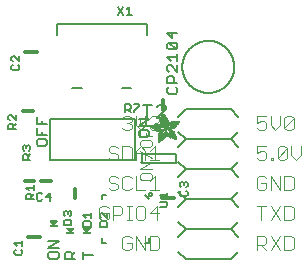
<source format=gbr>
G04 EAGLE Gerber RS-274X export*
G75*
%MOMM*%
%FSLAX34Y34*%
%LPD*%
%INSilkscreen Top*%
%IPPOS*%
%AMOC8*
5,1,8,0,0,1.08239X$1,22.5*%
G01*
%ADD10C,0.152400*%
%ADD11C,0.127000*%
%ADD12C,0.203200*%
%ADD13C,0.304800*%
%ADD14R,0.762000X0.127000*%
%ADD15R,0.003800X0.034300*%
%ADD16R,0.003800X0.057200*%
%ADD17R,0.003800X0.076200*%
%ADD18R,0.003800X0.091400*%
%ADD19R,0.003800X0.102900*%
%ADD20R,0.003900X0.114300*%
%ADD21R,0.003800X0.129500*%
%ADD22R,0.003800X0.137200*%
%ADD23R,0.003800X0.144800*%
%ADD24R,0.003800X0.152400*%
%ADD25R,0.003800X0.160000*%
%ADD26R,0.003800X0.171500*%
%ADD27R,0.003800X0.175300*%
%ADD28R,0.003800X0.182900*%
%ADD29R,0.003800X0.190500*%
%ADD30R,0.003900X0.194300*%
%ADD31R,0.003800X0.201900*%
%ADD32R,0.003800X0.209500*%
%ADD33R,0.003800X0.213400*%
%ADD34R,0.003800X0.221000*%
%ADD35R,0.003800X0.224800*%
%ADD36R,0.003800X0.232400*%
%ADD37R,0.003800X0.240000*%
%ADD38R,0.003800X0.243800*%
%ADD39R,0.003800X0.247600*%
%ADD40R,0.003900X0.255300*%
%ADD41R,0.003800X0.259100*%
%ADD42R,0.003800X0.262900*%
%ADD43R,0.003800X0.270500*%
%ADD44R,0.003800X0.274300*%
%ADD45R,0.003800X0.281900*%
%ADD46R,0.003800X0.285700*%
%ADD47R,0.003800X0.289500*%
%ADD48R,0.003800X0.297200*%
%ADD49R,0.003800X0.301000*%
%ADD50R,0.003900X0.304800*%
%ADD51R,0.003800X0.312400*%
%ADD52R,0.003800X0.316200*%
%ADD53R,0.003800X0.320000*%
%ADD54R,0.003800X0.327600*%
%ADD55R,0.003800X0.331500*%
%ADD56R,0.003800X0.339100*%
%ADD57R,0.003800X0.342900*%
%ADD58R,0.003800X0.346700*%
%ADD59R,0.003800X0.354300*%
%ADD60R,0.003900X0.358100*%
%ADD61R,0.003800X0.361900*%
%ADD62R,0.003800X0.369600*%
%ADD63R,0.003800X0.373400*%
%ADD64R,0.003800X0.377200*%
%ADD65R,0.003800X0.384800*%
%ADD66R,0.003800X0.388600*%
%ADD67R,0.003800X0.396200*%
%ADD68R,0.003800X0.400000*%
%ADD69R,0.003800X0.403800*%
%ADD70R,0.003900X0.411500*%
%ADD71R,0.003800X0.415300*%
%ADD72R,0.003800X0.419100*%
%ADD73R,0.003800X0.045700*%
%ADD74R,0.003800X0.426700*%
%ADD75R,0.003800X0.072400*%
%ADD76R,0.003800X0.430500*%
%ADD77R,0.003800X0.095300*%
%ADD78R,0.003800X0.438100*%
%ADD79R,0.003800X0.110500*%
%ADD80R,0.003800X0.441900*%
%ADD81R,0.003800X0.445800*%
%ADD82R,0.003800X0.144700*%
%ADD83R,0.003800X0.453400*%
%ADD84R,0.003800X0.457200*%
%ADD85R,0.003900X0.175300*%
%ADD86R,0.003900X0.461000*%
%ADD87R,0.003800X0.468600*%
%ADD88R,0.003800X0.205800*%
%ADD89R,0.003800X0.472400*%
%ADD90R,0.003800X0.217200*%
%ADD91R,0.003800X0.476200*%
%ADD92R,0.003800X0.483900*%
%ADD93R,0.003800X0.247700*%
%ADD94R,0.003800X0.487700*%
%ADD95R,0.003800X0.495300*%
%ADD96R,0.003800X0.499100*%
%ADD97R,0.003800X0.502900*%
%ADD98R,0.003800X0.510500*%
%ADD99R,0.003900X0.308600*%
%ADD100R,0.003900X0.514300*%
%ADD101R,0.003800X0.323800*%
%ADD102R,0.003800X0.518100*%
%ADD103R,0.003800X0.335300*%
%ADD104R,0.003800X0.525800*%
%ADD105R,0.003800X0.529600*%
%ADD106R,0.003800X0.358100*%
%ADD107R,0.003800X0.533400*%
%ADD108R,0.003800X0.537200*%
%ADD109R,0.003800X0.381000*%
%ADD110R,0.003800X0.544800*%
%ADD111R,0.003800X0.392400*%
%ADD112R,0.003800X0.548600*%
%ADD113R,0.003800X0.552400*%
%ADD114R,0.003800X0.556200*%
%ADD115R,0.003900X0.422900*%
%ADD116R,0.003900X0.560100*%
%ADD117R,0.003800X0.434300*%
%ADD118R,0.003800X0.563900*%
%ADD119R,0.003800X0.567700*%
%ADD120R,0.003800X0.461000*%
%ADD121R,0.003800X0.571500*%
%ADD122R,0.003800X0.575300*%
%ADD123R,0.003800X0.480100*%
%ADD124R,0.003800X0.579100*%
%ADD125R,0.003800X0.491500*%
%ADD126R,0.003800X0.582900*%
%ADD127R,0.003800X0.586700*%
%ADD128R,0.003800X0.510600*%
%ADD129R,0.003800X0.590500*%
%ADD130R,0.003800X0.522000*%
%ADD131R,0.003800X0.594300*%
%ADD132R,0.003900X0.533400*%
%ADD133R,0.003900X0.598200*%
%ADD134R,0.003800X0.541000*%
%ADD135R,0.003800X0.602000*%
%ADD136R,0.003800X0.552500*%
%ADD137R,0.003800X0.605800*%
%ADD138R,0.003800X0.560100*%
%ADD139R,0.003800X0.609600*%
%ADD140R,0.003800X0.613400*%
%ADD141R,0.003800X0.583000*%
%ADD142R,0.003800X0.617200*%
%ADD143R,0.003800X0.594400*%
%ADD144R,0.003800X0.621000*%
%ADD145R,0.003800X0.598200*%
%ADD146R,0.003800X0.624800*%
%ADD147R,0.003900X0.613500*%
%ADD148R,0.003900X0.628600*%
%ADD149R,0.003800X0.632400*%
%ADD150R,0.003800X0.628600*%
%ADD151R,0.003800X0.636300*%
%ADD152R,0.003800X0.640100*%
%ADD153R,0.003800X0.636200*%
%ADD154R,0.003800X0.643900*%
%ADD155R,0.003800X0.647700*%
%ADD156R,0.003800X0.651500*%
%ADD157R,0.003800X0.659100*%
%ADD158R,0.003900X0.659100*%
%ADD159R,0.003900X0.655300*%
%ADD160R,0.003800X0.662900*%
%ADD161R,0.003800X0.655300*%
%ADD162R,0.003800X0.670500*%
%ADD163R,0.003800X0.670600*%
%ADD164R,0.003800X0.674400*%
%ADD165R,0.003800X0.682000*%
%ADD166R,0.003800X0.666700*%
%ADD167R,0.003800X0.685800*%
%ADD168R,0.003800X0.689600*%
%ADD169R,0.003900X0.693400*%
%ADD170R,0.003900X0.674400*%
%ADD171R,0.003800X0.697200*%
%ADD172R,0.003800X0.678200*%
%ADD173R,0.003800X0.697300*%
%ADD174R,0.003800X0.701100*%
%ADD175R,0.003800X0.704900*%
%ADD176R,0.003800X0.708700*%
%ADD177R,0.003800X0.712500*%
%ADD178R,0.003800X0.716300*%
%ADD179R,0.003900X0.720100*%
%ADD180R,0.003900X0.689600*%
%ADD181R,0.003800X0.720000*%
%ADD182R,0.003800X0.693400*%
%ADD183R,0.003800X0.723900*%
%ADD184R,0.003800X0.727700*%
%ADD185R,0.003800X0.731500*%
%ADD186R,0.003800X0.701000*%
%ADD187R,0.003800X0.735300*%
%ADD188R,0.003900X0.731500*%
%ADD189R,0.003900X0.701000*%
%ADD190R,0.003800X0.704800*%
%ADD191R,0.003800X0.739100*%
%ADD192R,0.003800X0.743000*%
%ADD193R,0.003800X0.739200*%
%ADD194R,0.003900X0.743000*%
%ADD195R,0.003900X0.704800*%
%ADD196R,0.003800X0.746800*%
%ADD197R,0.003900X0.746800*%
%ADD198R,0.003800X0.742900*%
%ADD199R,0.003800X0.746700*%
%ADD200R,0.003900X0.746700*%
%ADD201R,0.003800X1.428800*%
%ADD202R,0.003800X1.424900*%
%ADD203R,0.003900X1.421100*%
%ADD204R,0.003800X1.421100*%
%ADD205R,0.003800X1.417300*%
%ADD206R,0.003800X1.413500*%
%ADD207R,0.003800X1.409700*%
%ADD208R,0.003800X1.405900*%
%ADD209R,0.003800X1.402100*%
%ADD210R,0.003800X1.398300*%
%ADD211R,0.003900X0.983000*%
%ADD212R,0.003900X0.384800*%
%ADD213R,0.003800X0.971600*%
%ADD214R,0.003800X0.963900*%
%ADD215R,0.003800X0.956300*%
%ADD216R,0.003800X0.365800*%
%ADD217R,0.003800X0.952500*%
%ADD218R,0.003800X0.941000*%
%ADD219R,0.003800X0.358200*%
%ADD220R,0.003800X0.937200*%
%ADD221R,0.003800X0.933400*%
%ADD222R,0.003800X0.354400*%
%ADD223R,0.003800X0.925800*%
%ADD224R,0.003800X0.350500*%
%ADD225R,0.003800X0.922000*%
%ADD226R,0.003900X0.918200*%
%ADD227R,0.003900X0.346700*%
%ADD228R,0.003800X0.910600*%
%ADD229R,0.003800X0.906800*%
%ADD230R,0.003800X0.903000*%
%ADD231R,0.003800X0.339000*%
%ADD232R,0.003800X0.895300*%
%ADD233R,0.003800X0.335200*%
%ADD234R,0.003800X0.887700*%
%ADD235R,0.003800X0.883900*%
%ADD236R,0.003800X0.331400*%
%ADD237R,0.003800X0.880100*%
%ADD238R,0.003800X0.876300*%
%ADD239R,0.003900X0.468600*%
%ADD240R,0.003900X0.396200*%
%ADD241R,0.003900X0.323800*%
%ADD242R,0.003800X0.449600*%
%ADD243R,0.003800X0.323900*%
%ADD244R,0.003800X0.442000*%
%ADD245R,0.003800X0.434400*%
%ADD246R,0.003800X0.320100*%
%ADD247R,0.003800X0.316300*%
%ADD248R,0.003800X0.426800*%
%ADD249R,0.003800X0.327700*%
%ADD250R,0.003800X0.312500*%
%ADD251R,0.003800X0.422900*%
%ADD252R,0.003800X0.308600*%
%ADD253R,0.003800X0.293400*%
%ADD254R,0.003800X0.304800*%
%ADD255R,0.003900X0.419100*%
%ADD256R,0.003900X0.285700*%
%ADD257R,0.003900X0.301000*%
%ADD258R,0.003800X0.411500*%
%ADD259R,0.003800X0.407700*%
%ADD260R,0.003800X0.289600*%
%ADD261R,0.003800X0.285800*%
%ADD262R,0.003800X0.403900*%
%ADD263R,0.003800X0.228600*%
%ADD264R,0.003900X0.403900*%
%ADD265R,0.003900X0.221000*%
%ADD266R,0.003900X0.278100*%
%ADD267R,0.003800X0.400100*%
%ADD268R,0.003800X0.209600*%
%ADD269R,0.003800X0.266700*%
%ADD270R,0.003800X0.038100*%
%ADD271R,0.003800X0.194300*%
%ADD272R,0.003800X0.148600*%
%ADD273R,0.003800X0.259000*%
%ADD274R,0.003800X0.182800*%
%ADD275R,0.003800X0.186700*%
%ADD276R,0.003800X0.251400*%
%ADD277R,0.003800X0.179100*%
%ADD278R,0.003800X0.236200*%
%ADD279R,0.003900X0.243900*%
%ADD280R,0.003900X0.282000*%
%ADD281R,0.003800X0.167700*%
%ADD282R,0.003800X0.236300*%
%ADD283R,0.003800X0.396300*%
%ADD284R,0.003800X0.163900*%
%ADD285R,0.003800X0.392500*%
%ADD286R,0.003800X0.160100*%
%ADD287R,0.003800X0.586800*%
%ADD288R,0.003800X0.148500*%
%ADD289R,0.003800X0.140900*%
%ADD290R,0.003900X0.392400*%
%ADD291R,0.003900X0.140900*%
%ADD292R,0.003900X0.647700*%
%ADD293R,0.003800X0.133300*%
%ADD294R,0.003800X0.674300*%
%ADD295R,0.003800X0.388700*%
%ADD296R,0.003800X0.125700*%
%ADD297R,0.003800X0.121900*%
%ADD298R,0.003800X0.720100*%
%ADD299R,0.003800X0.118100*%
%ADD300R,0.003900X0.118100*%
%ADD301R,0.003900X0.739100*%
%ADD302R,0.003800X0.114300*%
%ADD303R,0.003800X0.754400*%
%ADD304R,0.003800X0.765800*%
%ADD305R,0.003800X0.773400*%
%ADD306R,0.003800X0.784800*%
%ADD307R,0.003800X0.118200*%
%ADD308R,0.003800X0.792500*%
%ADD309R,0.003800X0.803900*%
%ADD310R,0.003800X0.122000*%
%ADD311R,0.003800X0.815400*%
%ADD312R,0.003800X0.125800*%
%ADD313R,0.003800X0.826800*%
%ADD314R,0.003900X0.369500*%
%ADD315R,0.003900X0.133400*%
%ADD316R,0.003900X0.842000*%
%ADD317R,0.003800X0.365700*%
%ADD318R,0.003800X1.009700*%
%ADD319R,0.003800X1.013500*%
%ADD320R,0.003800X0.362000*%
%ADD321R,0.003800X1.024900*%
%ADD322R,0.003800X1.028700*%
%ADD323R,0.003800X1.036300*%
%ADD324R,0.003800X1.047800*%
%ADD325R,0.003800X1.055400*%
%ADD326R,0.003800X1.070600*%
%ADD327R,0.003800X0.030500*%
%ADD328R,0.003800X1.436400*%
%ADD329R,0.003900X1.562100*%
%ADD330R,0.003800X1.588700*%
%ADD331R,0.003800X1.607800*%
%ADD332R,0.003800X1.626900*%
%ADD333R,0.003800X1.642100*%
%ADD334R,0.003800X1.657400*%
%ADD335R,0.003800X1.676400*%
%ADD336R,0.003800X1.687800*%
%ADD337R,0.003800X1.703000*%
%ADD338R,0.003800X1.714500*%
%ADD339R,0.003900X1.726000*%
%ADD340R,0.003800X1.741200*%
%ADD341R,0.003800X0.914400*%
%ADD342R,0.003800X0.769600*%
%ADD343R,0.003800X0.884000*%
%ADD344R,0.003800X0.712400*%
%ADD345R,0.003900X0.880100*%
%ADD346R,0.003800X0.887800*%
%ADD347R,0.003800X0.891600*%
%ADD348R,0.003800X0.895400*%
%ADD349R,0.003800X0.251500*%
%ADD350R,0.003900X0.579200*%
%ADD351R,0.003800X0.243900*%
%ADD352R,0.003800X0.556300*%
%ADD353R,0.003800X0.255200*%
%ADD354R,0.003800X0.529500*%
%ADD355R,0.003800X0.731600*%
%ADD356R,0.003900X0.525800*%
%ADD357R,0.003900X0.281900*%
%ADD358R,0.003900X0.735400*%
%ADD359R,0.003800X0.300900*%
%ADD360R,0.003800X0.762000*%
%ADD361R,0.003800X0.518200*%
%ADD362R,0.003800X0.350600*%
%ADD363R,0.003800X0.796300*%
%ADD364R,0.003800X0.807800*%
%ADD365R,0.003800X0.506700*%
%ADD366R,0.003800X0.849600*%
%ADD367R,0.003900X0.506700*%
%ADD368R,0.003900X1.371600*%
%ADD369R,0.003800X1.207800*%
%ADD370R,0.003800X0.503000*%
%ADD371R,0.003800X0.141000*%
%ADD372R,0.003800X1.203900*%
%ADD373R,0.003800X1.204000*%
%ADD374R,0.003800X1.200200*%
%ADD375R,0.003900X0.499100*%
%ADD376R,0.003900X0.156200*%
%ADD377R,0.003900X1.196400*%
%ADD378R,0.003800X1.196400*%
%ADD379R,0.003800X0.163800*%
%ADD380R,0.003800X0.167600*%
%ADD381R,0.003800X1.192500*%
%ADD382R,0.003800X0.499200*%
%ADD383R,0.003800X1.188700*%
%ADD384R,0.003800X0.506800*%
%ADD385R,0.003800X1.184900*%
%ADD386R,0.003900X0.510600*%
%ADD387R,0.003900X0.209600*%
%ADD388R,0.003900X1.181100*%
%ADD389R,0.003800X0.514400*%
%ADD390R,0.003800X1.181100*%
%ADD391R,0.003800X1.177300*%
%ADD392R,0.003800X0.240100*%
%ADD393R,0.003800X1.173500*%
%ADD394R,0.003800X1.169700*%
%ADD395R,0.003800X1.165900*%
%ADD396R,0.003800X1.162100*%
%ADD397R,0.003900X0.929700*%
%ADD398R,0.003900X1.162100*%
%ADD399R,0.003800X0.929700*%
%ADD400R,0.003800X1.154500*%
%ADD401R,0.003800X0.933500*%
%ADD402R,0.003800X1.150600*%
%ADD403R,0.003800X0.937300*%
%ADD404R,0.003800X1.146800*%
%ADD405R,0.003800X0.941100*%
%ADD406R,0.003800X1.139200*%
%ADD407R,0.003800X0.944900*%
%ADD408R,0.003800X1.135400*%
%ADD409R,0.003800X0.948700*%
%ADD410R,0.003800X1.127800*%
%ADD411R,0.003800X1.124000*%
%ADD412R,0.003800X1.116400*%
%ADD413R,0.003900X0.956300*%
%ADD414R,0.003900X1.104900*%
%ADD415R,0.003800X0.960100*%
%ADD416R,0.003800X1.093500*%
%ADD417R,0.003800X1.085900*%
%ADD418R,0.003800X0.967800*%
%ADD419R,0.003800X1.074500*%
%ADD420R,0.003800X1.063000*%
%ADD421R,0.003800X0.975400*%
%ADD422R,0.003800X1.036400*%
%ADD423R,0.003800X0.979200*%
%ADD424R,0.003800X1.021000*%
%ADD425R,0.003800X0.983000*%
%ADD426R,0.003800X1.009600*%
%ADD427R,0.003800X0.986800*%
%ADD428R,0.003800X0.998200*%
%ADD429R,0.003900X0.990600*%
%ADD430R,0.003900X0.986700*%
%ADD431R,0.003800X0.994400*%
%ADD432R,0.003800X0.975300*%
%ADD433R,0.003800X0.948600*%
%ADD434R,0.003800X1.002000*%
%ADD435R,0.003800X0.213300*%
%ADD436R,0.003800X0.217100*%
%ADD437R,0.003800X1.017300*%
%ADD438R,0.003800X0.666800*%
%ADD439R,0.003800X0.220900*%
%ADD440R,0.003900X1.028700*%
%ADD441R,0.003900X0.224700*%
%ADD442R,0.003800X1.032500*%
%ADD443R,0.003800X1.040100*%
%ADD444R,0.003800X1.043900*%
%ADD445R,0.003800X0.548700*%
%ADD446R,0.003800X1.051500*%
%ADD447R,0.003800X1.055300*%
%ADD448R,0.003800X1.059100*%
%ADD449R,0.003800X1.062900*%
%ADD450R,0.003800X0.255300*%
%ADD451R,0.003900X1.066800*%
%ADD452R,0.003900X0.259100*%
%ADD453R,0.003900X0.457200*%
%ADD454R,0.003800X0.423000*%
%ADD455R,0.003800X1.082100*%
%ADD456R,0.003800X0.274400*%
%ADD457R,0.003800X0.278200*%
%ADD458R,0.003800X1.101100*%
%ADD459R,0.003800X0.278100*%
%ADD460R,0.003900X0.876300*%
%ADD461R,0.003900X0.236200*%
%ADD462R,0.003900X0.289600*%
%ADD463R,0.003900X0.247700*%
%ADD464R,0.003800X0.049500*%
%ADD465R,0.003900X0.640100*%
%ADD466R,0.003800X0.659200*%
%ADD467R,0.003800X0.663000*%
%ADD468R,0.003900X0.872500*%
%ADD469R,0.003900X0.666800*%
%ADD470R,0.003800X0.872500*%
%ADD471R,0.003800X0.868700*%
%ADD472R,0.003800X0.864900*%
%ADD473R,0.003800X0.861100*%
%ADD474R,0.003800X0.857300*%
%ADD475R,0.003800X0.853400*%
%ADD476R,0.003800X0.845800*%
%ADD477R,0.003900X0.682000*%
%ADD478R,0.003800X0.842000*%
%ADD479R,0.003800X0.834400*%
%ADD480R,0.003800X0.823000*%
%ADD481R,0.003800X0.815300*%
%ADD482R,0.003800X0.811500*%
%ADD483R,0.003800X0.788700*%
%ADD484R,0.003900X0.777300*%
%ADD485R,0.003800X0.750600*%
%ADD486R,0.003800X0.735400*%
%ADD487R,0.003800X0.727800*%
%ADD488R,0.003800X0.628700*%
%ADD489R,0.003800X0.575400*%
%ADD490R,0.003900X0.670600*%
%ADD491R,0.003800X0.655400*%
%ADD492R,0.003900X0.651500*%
%ADD493R,0.003900X0.624800*%
%ADD494R,0.003900X0.594400*%
%ADD495R,0.003900X0.563900*%
%ADD496R,0.003800X0.541100*%
%ADD497R,0.003800X0.537300*%
%ADD498R,0.003800X0.525700*%
%ADD499R,0.003900X0.525700*%
%ADD500R,0.003800X0.514300*%
%ADD501R,0.003900X0.480100*%
%ADD502R,0.003800X0.464800*%
%ADD503R,0.003900X0.442000*%
%ADD504R,0.003800X0.438200*%
%ADD505R,0.003800X0.430600*%
%ADD506R,0.003800X0.407600*%
%ADD507R,0.003900X0.403800*%
%ADD508R,0.003900X0.365700*%
%ADD509R,0.003900X0.327700*%
%ADD510R,0.003900X0.243800*%
%ADD511R,0.003900X0.205800*%
%ADD512R,0.003800X0.198100*%
%ADD513R,0.003900X0.163800*%
%ADD514R,0.003800X0.137100*%
%ADD515R,0.003900X0.091500*%
%ADD516R,0.003800X0.060900*%
%ADD517C,0.200000*%
%ADD518C,0.101600*%
%ADD519C,0.076200*%

G36*
X29249Y30866D02*
X29249Y30866D01*
X29269Y30864D01*
X29370Y30889D01*
X29472Y30908D01*
X29489Y30918D01*
X29508Y30922D01*
X29596Y30978D01*
X29686Y31029D01*
X29703Y31046D01*
X29716Y31054D01*
X29736Y31079D01*
X29804Y31147D01*
X32344Y34322D01*
X32359Y34348D01*
X32380Y34370D01*
X32419Y34455D01*
X32465Y34537D01*
X32471Y34566D01*
X32483Y34593D01*
X32493Y34686D01*
X32511Y34778D01*
X32507Y34808D01*
X32510Y34837D01*
X32490Y34929D01*
X32478Y35022D01*
X32464Y35049D01*
X32458Y35078D01*
X32410Y35158D01*
X32368Y35242D01*
X32347Y35263D01*
X32332Y35289D01*
X32260Y35350D01*
X32194Y35416D01*
X32168Y35429D01*
X32145Y35449D01*
X32058Y35484D01*
X31974Y35526D01*
X31944Y35530D01*
X31917Y35541D01*
X31750Y35559D01*
X26670Y35559D01*
X26641Y35554D01*
X26611Y35557D01*
X26520Y35535D01*
X26427Y35520D01*
X26401Y35506D01*
X26372Y35499D01*
X26293Y35448D01*
X26210Y35404D01*
X26189Y35383D01*
X26164Y35367D01*
X26105Y35294D01*
X26041Y35226D01*
X26028Y35199D01*
X26009Y35176D01*
X25976Y35088D01*
X25937Y35003D01*
X25934Y34973D01*
X25923Y34946D01*
X25920Y34852D01*
X25910Y34759D01*
X25916Y34729D01*
X25915Y34700D01*
X25942Y34610D01*
X25962Y34518D01*
X25977Y34493D01*
X25986Y34464D01*
X26076Y34322D01*
X28616Y31147D01*
X28693Y31078D01*
X28766Y31005D01*
X28784Y30996D01*
X28798Y30983D01*
X28894Y30941D01*
X28986Y30895D01*
X29006Y30893D01*
X29024Y30885D01*
X29127Y30876D01*
X29230Y30862D01*
X29249Y30866D01*
G37*
G36*
X57189Y24516D02*
X57189Y24516D01*
X57209Y24514D01*
X57310Y24539D01*
X57412Y24558D01*
X57429Y24568D01*
X57448Y24572D01*
X57536Y24628D01*
X57626Y24679D01*
X57643Y24696D01*
X57656Y24704D01*
X57676Y24729D01*
X57744Y24797D01*
X60284Y27972D01*
X60299Y27998D01*
X60320Y28020D01*
X60359Y28105D01*
X60405Y28187D01*
X60411Y28216D01*
X60423Y28243D01*
X60433Y28336D01*
X60451Y28428D01*
X60447Y28458D01*
X60450Y28487D01*
X60430Y28579D01*
X60418Y28672D01*
X60404Y28699D01*
X60398Y28728D01*
X60350Y28808D01*
X60308Y28892D01*
X60287Y28913D01*
X60272Y28939D01*
X60200Y29000D01*
X60134Y29066D01*
X60108Y29079D01*
X60085Y29099D01*
X59998Y29134D01*
X59914Y29176D01*
X59884Y29180D01*
X59857Y29191D01*
X59690Y29209D01*
X54610Y29209D01*
X54581Y29204D01*
X54551Y29207D01*
X54460Y29185D01*
X54367Y29170D01*
X54341Y29156D01*
X54312Y29149D01*
X54233Y29098D01*
X54150Y29054D01*
X54129Y29033D01*
X54104Y29017D01*
X54045Y28944D01*
X53981Y28876D01*
X53968Y28849D01*
X53949Y28826D01*
X53916Y28738D01*
X53877Y28653D01*
X53874Y28623D01*
X53863Y28596D01*
X53860Y28502D01*
X53850Y28409D01*
X53856Y28379D01*
X53855Y28350D01*
X53882Y28260D01*
X53902Y28168D01*
X53917Y28143D01*
X53926Y28114D01*
X54016Y27972D01*
X56556Y24797D01*
X56633Y24728D01*
X56706Y24655D01*
X56724Y24646D01*
X56738Y24633D01*
X56834Y24591D01*
X56926Y24545D01*
X56946Y24543D01*
X56964Y24535D01*
X57067Y24526D01*
X57170Y24512D01*
X57189Y24516D01*
G37*
G36*
X43219Y24516D02*
X43219Y24516D01*
X43239Y24514D01*
X43340Y24539D01*
X43442Y24558D01*
X43459Y24568D01*
X43478Y24572D01*
X43566Y24628D01*
X43656Y24679D01*
X43673Y24696D01*
X43686Y24704D01*
X43706Y24729D01*
X43774Y24797D01*
X46314Y27972D01*
X46329Y27998D01*
X46350Y28020D01*
X46389Y28105D01*
X46435Y28187D01*
X46441Y28216D01*
X46453Y28243D01*
X46463Y28336D01*
X46481Y28428D01*
X46477Y28458D01*
X46480Y28487D01*
X46460Y28579D01*
X46448Y28672D01*
X46434Y28699D01*
X46428Y28728D01*
X46380Y28808D01*
X46338Y28892D01*
X46317Y28913D01*
X46302Y28939D01*
X46230Y29000D01*
X46164Y29066D01*
X46138Y29079D01*
X46115Y29099D01*
X46028Y29134D01*
X45944Y29176D01*
X45914Y29180D01*
X45887Y29191D01*
X45720Y29209D01*
X40640Y29209D01*
X40611Y29204D01*
X40581Y29207D01*
X40490Y29185D01*
X40397Y29170D01*
X40371Y29156D01*
X40342Y29149D01*
X40263Y29098D01*
X40180Y29054D01*
X40159Y29033D01*
X40134Y29017D01*
X40075Y28944D01*
X40011Y28876D01*
X39998Y28849D01*
X39979Y28826D01*
X39946Y28738D01*
X39907Y28653D01*
X39904Y28623D01*
X39893Y28596D01*
X39890Y28502D01*
X39880Y28409D01*
X39886Y28379D01*
X39885Y28350D01*
X39912Y28260D01*
X39932Y28168D01*
X39947Y28143D01*
X39956Y28114D01*
X40046Y27972D01*
X42586Y24797D01*
X42663Y24728D01*
X42736Y24655D01*
X42754Y24646D01*
X42768Y24633D01*
X42864Y24591D01*
X42956Y24545D01*
X42976Y24543D01*
X42994Y24535D01*
X43097Y24526D01*
X43200Y24512D01*
X43219Y24516D01*
G37*
D10*
X126655Y148639D02*
X125215Y147198D01*
X125215Y144317D01*
X126655Y142876D01*
X132417Y142876D01*
X133858Y144317D01*
X133858Y147198D01*
X132417Y148639D01*
X133858Y152232D02*
X125215Y152232D01*
X125215Y156553D01*
X126655Y157994D01*
X129536Y157994D01*
X130977Y156553D01*
X130977Y152232D01*
X133858Y161587D02*
X133858Y167349D01*
X133858Y161587D02*
X128096Y167349D01*
X126655Y167349D01*
X125215Y165908D01*
X125215Y163027D01*
X126655Y161587D01*
X128096Y170942D02*
X125215Y173823D01*
X133858Y173823D01*
X133858Y170942D02*
X133858Y176704D01*
X132417Y180297D02*
X126655Y180297D01*
X125215Y181738D01*
X125215Y184619D01*
X126655Y186059D01*
X132417Y186059D01*
X133858Y184619D01*
X133858Y181738D01*
X132417Y180297D01*
X126655Y186059D01*
X125215Y193974D02*
X133858Y193974D01*
X129536Y189652D02*
X125215Y193974D01*
X129536Y195415D02*
X129536Y189652D01*
D11*
X62865Y6141D02*
X53967Y6141D01*
X53967Y3175D02*
X53967Y9107D01*
X47625Y3175D02*
X38727Y3175D01*
X38727Y7624D01*
X40210Y9107D01*
X43176Y9107D01*
X44659Y7624D01*
X44659Y3175D01*
X44659Y6141D02*
X47625Y9107D01*
X24757Y7624D02*
X24757Y4658D01*
X26240Y3175D01*
X32172Y3175D01*
X33655Y4658D01*
X33655Y7624D01*
X32172Y9107D01*
X26240Y9107D01*
X24757Y7624D01*
X24757Y12530D02*
X33655Y12530D01*
X33655Y18462D02*
X24757Y12530D01*
X24757Y18462D02*
X33655Y18462D01*
D10*
X14725Y99867D02*
X14725Y102748D01*
X14725Y99867D02*
X16165Y98426D01*
X21927Y98426D01*
X23368Y99867D01*
X23368Y102748D01*
X21927Y104189D01*
X16165Y104189D01*
X14725Y102748D01*
X14725Y107782D02*
X23368Y107782D01*
X14725Y107782D02*
X14725Y113544D01*
X19046Y110663D02*
X19046Y107782D01*
X14725Y117137D02*
X23368Y117137D01*
X14725Y117137D02*
X14725Y122899D01*
X19046Y120018D02*
X19046Y117137D01*
X101085Y110494D02*
X101085Y107613D01*
X102525Y106172D01*
X108287Y106172D01*
X109728Y107613D01*
X109728Y110494D01*
X108287Y111934D01*
X102525Y111934D01*
X101085Y110494D01*
X101085Y115527D02*
X109728Y115527D01*
X109728Y121289D02*
X101085Y115527D01*
X101085Y121289D02*
X109728Y121289D01*
D12*
X70170Y20330D02*
X70170Y16830D01*
X73670Y16830D01*
X70170Y53330D02*
X70170Y56830D01*
X73670Y56830D01*
X106670Y16830D02*
X110170Y16830D01*
X110170Y20330D01*
X110170Y53330D02*
X106670Y56830D01*
X109728Y57658D02*
X109730Y57729D01*
X109736Y57800D01*
X109746Y57871D01*
X109760Y57941D01*
X109778Y58010D01*
X109799Y58077D01*
X109825Y58144D01*
X109854Y58209D01*
X109886Y58272D01*
X109923Y58334D01*
X109962Y58393D01*
X110005Y58450D01*
X110051Y58504D01*
X110100Y58556D01*
X110152Y58605D01*
X110206Y58651D01*
X110263Y58694D01*
X110322Y58733D01*
X110384Y58770D01*
X110447Y58802D01*
X110512Y58831D01*
X110579Y58857D01*
X110646Y58878D01*
X110715Y58896D01*
X110785Y58910D01*
X110856Y58920D01*
X110927Y58926D01*
X110998Y58928D01*
X111069Y58926D01*
X111140Y58920D01*
X111211Y58910D01*
X111281Y58896D01*
X111350Y58878D01*
X111417Y58857D01*
X111484Y58831D01*
X111549Y58802D01*
X111612Y58770D01*
X111674Y58733D01*
X111733Y58694D01*
X111790Y58651D01*
X111844Y58605D01*
X111896Y58556D01*
X111945Y58504D01*
X111991Y58450D01*
X112034Y58393D01*
X112073Y58334D01*
X112110Y58272D01*
X112142Y58209D01*
X112171Y58144D01*
X112197Y58077D01*
X112218Y58010D01*
X112236Y57941D01*
X112250Y57871D01*
X112260Y57800D01*
X112266Y57729D01*
X112268Y57658D01*
X112266Y57587D01*
X112260Y57516D01*
X112250Y57445D01*
X112236Y57375D01*
X112218Y57306D01*
X112197Y57239D01*
X112171Y57172D01*
X112142Y57107D01*
X112110Y57044D01*
X112073Y56982D01*
X112034Y56923D01*
X111991Y56866D01*
X111945Y56812D01*
X111896Y56760D01*
X111844Y56711D01*
X111790Y56665D01*
X111733Y56622D01*
X111674Y56583D01*
X111612Y56546D01*
X111549Y56514D01*
X111484Y56485D01*
X111417Y56459D01*
X111350Y56438D01*
X111281Y56420D01*
X111211Y56406D01*
X111140Y56396D01*
X111069Y56390D01*
X110998Y56388D01*
X110927Y56390D01*
X110856Y56396D01*
X110785Y56406D01*
X110715Y56420D01*
X110646Y56438D01*
X110579Y56459D01*
X110512Y56485D01*
X110447Y56514D01*
X110384Y56546D01*
X110322Y56583D01*
X110263Y56622D01*
X110206Y56665D01*
X110152Y56711D01*
X110100Y56760D01*
X110051Y56812D01*
X110005Y56866D01*
X109962Y56923D01*
X109923Y56982D01*
X109886Y57044D01*
X109854Y57107D01*
X109825Y57172D01*
X109799Y57239D01*
X109778Y57306D01*
X109760Y57375D01*
X109746Y57445D01*
X109736Y57516D01*
X109730Y57587D01*
X109728Y57658D01*
D10*
X118926Y47124D02*
X124434Y47124D01*
X125536Y48225D01*
X125536Y50429D01*
X124434Y51530D01*
X118926Y51530D01*
X121130Y54608D02*
X118926Y56811D01*
X125536Y56811D01*
X125536Y54608D02*
X125536Y59014D01*
D11*
X94850Y147750D02*
X86850Y147750D01*
X52850Y147750D02*
X44850Y147750D01*
X107850Y192750D02*
X107850Y201750D01*
X31850Y201750D01*
X31850Y192750D01*
D10*
X83424Y216514D02*
X87830Y209904D01*
X83424Y209904D02*
X87830Y216514D01*
X90908Y214310D02*
X93111Y216514D01*
X93111Y209904D01*
X90908Y209904D02*
X95314Y209904D01*
D13*
X17780Y21590D02*
X7620Y21590D01*
D10*
X-3095Y10883D02*
X-4197Y9782D01*
X-4197Y7579D01*
X-3095Y6477D01*
X1311Y6477D01*
X2413Y7579D01*
X2413Y9782D01*
X1311Y10883D01*
X-1993Y13961D02*
X-4197Y16164D01*
X2413Y16164D01*
X2413Y13961D02*
X2413Y18368D01*
D13*
X5080Y177800D02*
X15240Y177800D01*
D10*
X-5635Y167093D02*
X-6737Y165992D01*
X-6737Y163789D01*
X-5635Y162687D01*
X-1229Y162687D01*
X-127Y163789D01*
X-127Y165992D01*
X-1229Y167093D01*
X-127Y170171D02*
X-127Y174578D01*
X-4533Y174578D02*
X-127Y170171D01*
X-4533Y174578D02*
X-5635Y174578D01*
X-6737Y173476D01*
X-6737Y171273D01*
X-5635Y170171D01*
D13*
X120650Y54610D02*
X130810Y54610D01*
D10*
X136011Y59584D02*
X137113Y60685D01*
X136011Y59584D02*
X136011Y57380D01*
X137113Y56279D01*
X141519Y56279D01*
X142621Y57380D01*
X142621Y59584D01*
X141519Y60685D01*
X137113Y63763D02*
X136011Y64864D01*
X136011Y67068D01*
X137113Y68169D01*
X138215Y68169D01*
X139316Y67068D01*
X139316Y65966D01*
X139316Y67068D02*
X140418Y68169D01*
X141519Y68169D01*
X142621Y67068D01*
X142621Y64864D01*
X141519Y63763D01*
D14*
X43180Y24638D03*
D10*
X54096Y30244D02*
X60706Y30244D01*
X60706Y33549D01*
X59604Y34650D01*
X55198Y34650D01*
X54096Y33549D01*
X54096Y30244D01*
X56300Y37728D02*
X54096Y39931D01*
X60706Y39931D01*
X60706Y37728D02*
X60706Y42134D01*
D14*
X57150Y24638D03*
D10*
X68066Y30244D02*
X74676Y30244D01*
X74676Y33549D01*
X73574Y34650D01*
X69168Y34650D01*
X68066Y33549D01*
X68066Y30244D01*
X74676Y37728D02*
X74676Y42134D01*
X74676Y37728D02*
X70270Y42134D01*
X69168Y42134D01*
X68066Y41033D01*
X68066Y38829D01*
X69168Y37728D01*
D13*
X26860Y68580D02*
X18860Y68580D01*
D10*
X12573Y53467D02*
X5963Y53467D01*
X5963Y56772D01*
X7065Y57873D01*
X9268Y57873D01*
X10370Y56772D01*
X10370Y53467D01*
X10370Y55670D02*
X12573Y57873D01*
X8167Y60951D02*
X5963Y63154D01*
X12573Y63154D01*
X12573Y60951D02*
X12573Y65358D01*
D13*
X11620Y128270D02*
X3620Y128270D01*
D10*
X-2667Y113157D02*
X-9277Y113157D01*
X-9277Y116462D01*
X-8175Y117563D01*
X-5972Y117563D01*
X-4870Y116462D01*
X-4870Y113157D01*
X-4870Y115360D02*
X-2667Y117563D01*
X-2667Y120641D02*
X-2667Y125048D01*
X-7073Y125048D02*
X-2667Y120641D01*
X-7073Y125048D02*
X-8175Y125048D01*
X-9277Y123946D01*
X-9277Y121743D01*
X-8175Y120641D01*
D15*
X135890Y118669D03*
D16*
X135852Y118669D03*
D17*
X135814Y118650D03*
D18*
X135776Y118650D03*
D19*
X135738Y118669D03*
D20*
X135700Y118650D03*
D21*
X135661Y118650D03*
D22*
X135623Y118650D03*
D23*
X135585Y118650D03*
D24*
X135547Y118612D03*
D25*
X135509Y118612D03*
D26*
X135471Y118593D03*
D27*
X135433Y118574D03*
D28*
X135395Y118574D03*
D29*
X135357Y118536D03*
D30*
X135319Y118517D03*
D31*
X135280Y118517D03*
D32*
X135242Y118479D03*
D33*
X135204Y118459D03*
D34*
X135166Y118421D03*
D35*
X135128Y118402D03*
D36*
X135090Y118402D03*
D37*
X135052Y118364D03*
D38*
X135014Y118345D03*
D39*
X134976Y118326D03*
D40*
X134938Y118288D03*
D41*
X134899Y118269D03*
D42*
X134861Y118250D03*
D43*
X134823Y118212D03*
D44*
X134785Y118193D03*
D45*
X134747Y118155D03*
D46*
X134709Y118136D03*
D47*
X134671Y118117D03*
D48*
X134633Y118078D03*
D49*
X134595Y118059D03*
D50*
X134557Y118040D03*
D51*
X134518Y118002D03*
D52*
X134480Y117983D03*
D53*
X134442Y117964D03*
D54*
X134404Y117926D03*
D55*
X134366Y117907D03*
D56*
X134328Y117869D03*
D57*
X134290Y117850D03*
D58*
X134252Y117831D03*
D59*
X134214Y117793D03*
D60*
X134176Y117774D03*
D61*
X134137Y117755D03*
D62*
X134099Y117716D03*
D63*
X134061Y117697D03*
D64*
X134023Y117678D03*
D65*
X133985Y117640D03*
D66*
X133947Y117621D03*
D67*
X133909Y117583D03*
D68*
X133871Y117564D03*
D69*
X133833Y117545D03*
D70*
X133795Y117507D03*
D71*
X133756Y117488D03*
D72*
X133718Y117469D03*
D73*
X133680Y104706D03*
D74*
X133680Y117431D03*
D75*
X133642Y104724D03*
D76*
X133642Y117412D03*
D77*
X133604Y104763D03*
D78*
X133604Y117374D03*
D79*
X133566Y104801D03*
D80*
X133566Y117355D03*
D21*
X133528Y104820D03*
D81*
X133528Y117335D03*
D82*
X133490Y104858D03*
D83*
X133490Y117297D03*
D25*
X133452Y104896D03*
D84*
X133452Y117278D03*
D85*
X133414Y104934D03*
D86*
X133414Y117259D03*
D29*
X133375Y104972D03*
D87*
X133375Y117221D03*
D88*
X133337Y105010D03*
D89*
X133337Y117202D03*
D90*
X133299Y105067D03*
D91*
X133299Y117183D03*
D36*
X133261Y105105D03*
D92*
X133261Y117145D03*
D93*
X133223Y105144D03*
D94*
X133223Y117126D03*
D41*
X133185Y105201D03*
D95*
X133185Y117088D03*
D44*
X133147Y105239D03*
D96*
X133147Y117069D03*
D46*
X133109Y105296D03*
D97*
X133109Y117050D03*
D48*
X133071Y105353D03*
D98*
X133071Y117012D03*
D99*
X133033Y105410D03*
D100*
X133033Y116993D03*
D101*
X132994Y105448D03*
D102*
X132994Y116974D03*
D103*
X132956Y105506D03*
D104*
X132956Y116935D03*
D58*
X132918Y105563D03*
D105*
X132918Y116916D03*
D106*
X132880Y105620D03*
D107*
X132880Y116897D03*
D62*
X132842Y105677D03*
D108*
X132842Y116878D03*
D109*
X132804Y105734D03*
D110*
X132804Y116840D03*
D111*
X132766Y105791D03*
D112*
X132766Y116821D03*
D69*
X132728Y105848D03*
D113*
X132728Y116802D03*
D71*
X132690Y105906D03*
D114*
X132690Y116783D03*
D115*
X132652Y105982D03*
D116*
X132652Y116764D03*
D117*
X132613Y106039D03*
D118*
X132613Y116745D03*
D81*
X132575Y106096D03*
D119*
X132575Y116726D03*
D120*
X132537Y106172D03*
D121*
X132537Y116707D03*
D89*
X132499Y106229D03*
D122*
X132499Y116688D03*
D123*
X132461Y106306D03*
D124*
X132461Y116669D03*
D125*
X132423Y106363D03*
D126*
X132423Y116650D03*
D97*
X132385Y106420D03*
D127*
X132385Y116631D03*
D128*
X132347Y106496D03*
D129*
X132347Y116612D03*
D130*
X132309Y106553D03*
D131*
X132309Y116593D03*
D132*
X132271Y106610D03*
D133*
X132271Y116573D03*
D134*
X132232Y106686D03*
D135*
X132232Y116554D03*
D136*
X132194Y106744D03*
D137*
X132194Y116535D03*
D138*
X132156Y106782D03*
D137*
X132156Y116535D03*
D121*
X132118Y106839D03*
D139*
X132118Y116516D03*
D122*
X132080Y106896D03*
D140*
X132080Y116497D03*
D141*
X132042Y106934D03*
D142*
X132042Y116478D03*
D143*
X132004Y106991D03*
D144*
X132004Y116459D03*
D145*
X131966Y107048D03*
D144*
X131966Y116459D03*
D137*
X131928Y107086D03*
D146*
X131928Y116440D03*
D147*
X131890Y107125D03*
D148*
X131890Y116421D03*
D140*
X131851Y107163D03*
D149*
X131851Y116402D03*
D144*
X131813Y107201D03*
D149*
X131813Y116402D03*
D150*
X131775Y107239D03*
D151*
X131775Y116383D03*
D149*
X131737Y107296D03*
D152*
X131737Y116364D03*
D153*
X131699Y107315D03*
D154*
X131699Y116345D03*
X131661Y107354D03*
X131661Y116345D03*
D155*
X131623Y107411D03*
X131623Y116326D03*
D156*
X131585Y107430D03*
X131585Y116307D03*
D157*
X131547Y107468D03*
D156*
X131547Y116307D03*
D158*
X131509Y107506D03*
D159*
X131509Y116288D03*
D160*
X131470Y107525D03*
D161*
X131470Y116288D03*
D162*
X131432Y107563D03*
D157*
X131432Y116269D03*
D163*
X131394Y107601D03*
D160*
X131394Y116250D03*
D164*
X131356Y107620D03*
D160*
X131356Y116250D03*
D165*
X131318Y107658D03*
D166*
X131318Y116231D03*
D165*
X131280Y107696D03*
D166*
X131280Y116231D03*
D167*
X131242Y107715D03*
D162*
X131242Y116212D03*
D168*
X131204Y107734D03*
D162*
X131204Y116212D03*
D168*
X131166Y107772D03*
D164*
X131166Y116192D03*
D169*
X131128Y107791D03*
D170*
X131128Y116192D03*
D171*
X131089Y107810D03*
D172*
X131089Y116173D03*
D173*
X131051Y107849D03*
D172*
X131051Y116173D03*
D174*
X131013Y107868D03*
D172*
X131013Y116173D03*
D175*
X130975Y107887D03*
D165*
X130975Y116154D03*
D175*
X130937Y107925D03*
D165*
X130937Y116154D03*
D176*
X130899Y107944D03*
D167*
X130899Y116135D03*
D177*
X130861Y107963D03*
D167*
X130861Y116135D03*
D177*
X130823Y108001D03*
D167*
X130823Y116135D03*
D178*
X130785Y108020D03*
D168*
X130785Y116116D03*
D179*
X130747Y108039D03*
D180*
X130747Y116116D03*
D181*
X130708Y108077D03*
D182*
X130708Y116097D03*
D183*
X130670Y108097D03*
D182*
X130670Y116097D03*
D183*
X130632Y108097D03*
D182*
X130632Y116097D03*
D183*
X130594Y108135D03*
D182*
X130594Y116097D03*
D184*
X130556Y108154D03*
D171*
X130556Y116078D03*
D185*
X130518Y108173D03*
D171*
X130518Y116078D03*
D184*
X130480Y108192D03*
D171*
X130480Y116078D03*
D185*
X130442Y108211D03*
D186*
X130442Y116059D03*
D187*
X130404Y108230D03*
D186*
X130404Y116059D03*
D188*
X130366Y108249D03*
D189*
X130366Y116059D03*
D187*
X130327Y108268D03*
D186*
X130327Y116059D03*
D187*
X130289Y108268D03*
D190*
X130289Y116040D03*
D187*
X130251Y108306D03*
D186*
X130251Y116021D03*
D191*
X130213Y108325D03*
D186*
X130213Y116021D03*
D191*
X130175Y108325D03*
D186*
X130175Y116021D03*
D191*
X130137Y108363D03*
D186*
X130137Y116021D03*
D191*
X130099Y108363D03*
D186*
X130099Y116021D03*
D192*
X130061Y108382D03*
D190*
X130061Y116002D03*
D193*
X130023Y108401D03*
D190*
X130023Y116002D03*
D194*
X129985Y108420D03*
D195*
X129985Y116002D03*
D192*
X129946Y108420D03*
D190*
X129946Y116002D03*
D192*
X129908Y108458D03*
D190*
X129908Y116002D03*
D192*
X129870Y108458D03*
D190*
X129870Y116002D03*
D192*
X129832Y108458D03*
D190*
X129832Y116002D03*
D192*
X129794Y108496D03*
D186*
X129794Y115983D03*
D192*
X129756Y108496D03*
D186*
X129756Y115983D03*
D196*
X129718Y108515D03*
D186*
X129718Y115983D03*
D192*
X129680Y108534D03*
D186*
X129680Y115983D03*
D192*
X129642Y108534D03*
D186*
X129642Y115983D03*
D197*
X129604Y108553D03*
D189*
X129604Y115983D03*
D198*
X129565Y108573D03*
D186*
X129565Y115983D03*
D198*
X129527Y108573D03*
D171*
X129527Y115964D03*
D199*
X129489Y108592D03*
D171*
X129489Y115964D03*
D198*
X129451Y108611D03*
D171*
X129451Y115964D03*
D198*
X129413Y108611D03*
D171*
X129413Y115964D03*
D198*
X129375Y108611D03*
D171*
X129375Y115964D03*
D199*
X129337Y108630D03*
D182*
X129337Y115945D03*
D198*
X129299Y108649D03*
D182*
X129299Y115945D03*
D198*
X129261Y108649D03*
D182*
X129261Y115945D03*
D200*
X129223Y108668D03*
D169*
X129223Y115945D03*
D198*
X129184Y108687D03*
D168*
X129184Y115926D03*
D198*
X129146Y108687D03*
D168*
X129146Y115926D03*
D199*
X129108Y108706D03*
D168*
X129108Y115926D03*
D198*
X129070Y108725D03*
D168*
X129070Y115926D03*
D198*
X129032Y108725D03*
D167*
X129032Y115907D03*
D198*
X128994Y108725D03*
D167*
X128994Y115907D03*
D201*
X128956Y112192D03*
X128918Y112192D03*
D202*
X128880Y112173D03*
D203*
X128842Y112192D03*
D204*
X128803Y112192D03*
D205*
X128765Y112173D03*
D206*
X128727Y112192D03*
X128689Y112192D03*
D207*
X128651Y112173D03*
D208*
X128613Y112192D03*
X128575Y112192D03*
D209*
X128537Y112173D03*
D210*
X128499Y112192D03*
D211*
X128461Y110115D03*
D212*
X128461Y117221D03*
D213*
X128422Y110058D03*
D64*
X128422Y117259D03*
D214*
X128384Y110059D03*
D63*
X128384Y117278D03*
D215*
X128346Y110021D03*
D216*
X128346Y117278D03*
D217*
X128308Y110002D03*
D216*
X128308Y117278D03*
D218*
X128270Y109982D03*
D219*
X128270Y117278D03*
D220*
X128232Y109963D03*
D219*
X128232Y117278D03*
D221*
X128194Y109944D03*
D222*
X128194Y117259D03*
D223*
X128156Y109944D03*
D224*
X128156Y117279D03*
D225*
X128118Y109925D03*
D58*
X128118Y117260D03*
D226*
X128080Y109906D03*
D227*
X128080Y117260D03*
D228*
X128041Y109906D03*
D57*
X128041Y117241D03*
D229*
X128003Y109887D03*
D57*
X128003Y117241D03*
D230*
X127965Y109868D03*
D231*
X127965Y117221D03*
D232*
X127927Y109868D03*
D231*
X127927Y117221D03*
D232*
X127889Y109868D03*
D233*
X127889Y117202D03*
D234*
X127851Y109868D03*
D233*
X127851Y117202D03*
D235*
X127813Y109849D03*
D236*
X127813Y117183D03*
D237*
X127775Y109830D03*
D54*
X127775Y117164D03*
D238*
X127737Y109849D03*
D54*
X127737Y117164D03*
D239*
X127699Y107810D03*
D240*
X127699Y112211D03*
D241*
X127699Y117145D03*
D242*
X127660Y107753D03*
D62*
X127660Y112306D03*
D243*
X127660Y117107D03*
D244*
X127622Y107715D03*
D106*
X127622Y112364D03*
D243*
X127622Y117107D03*
D245*
X127584Y107715D03*
D58*
X127584Y112383D03*
D246*
X127584Y117088D03*
D245*
X127546Y107715D03*
D103*
X127546Y112402D03*
D247*
X127546Y117069D03*
D248*
X127508Y107715D03*
D249*
X127508Y112440D03*
D250*
X127508Y117050D03*
D248*
X127470Y107715D03*
D247*
X127470Y112459D03*
D250*
X127470Y117050D03*
D251*
X127432Y107735D03*
D252*
X127432Y112497D03*
D250*
X127432Y117012D03*
D251*
X127394Y107735D03*
D49*
X127394Y112497D03*
D252*
X127394Y116992D03*
D72*
X127356Y107754D03*
D253*
X127356Y112535D03*
D254*
X127356Y116973D03*
D255*
X127318Y107754D03*
D256*
X127318Y112535D03*
D257*
X127318Y116954D03*
D71*
X127279Y107773D03*
D44*
X127279Y112554D03*
D49*
X127279Y116916D03*
D71*
X127241Y107773D03*
D43*
X127241Y112573D03*
D48*
X127241Y116897D03*
D258*
X127203Y107792D03*
D42*
X127203Y112573D03*
D253*
X127203Y116878D03*
D258*
X127165Y107792D03*
D41*
X127165Y112592D03*
D253*
X127165Y116840D03*
D259*
X127127Y107811D03*
D39*
X127127Y112611D03*
D260*
X127127Y116821D03*
D259*
X127089Y107849D03*
D38*
X127089Y112630D03*
D261*
X127089Y116802D03*
D259*
X127051Y107849D03*
D37*
X127051Y112649D03*
D261*
X127051Y116764D03*
D262*
X127013Y107868D03*
D36*
X127013Y112649D03*
D45*
X127013Y116745D03*
D259*
X126975Y107887D03*
D263*
X126975Y112668D03*
D45*
X126975Y116707D03*
D264*
X126937Y107906D03*
D265*
X126937Y112668D03*
D266*
X126937Y116688D03*
D267*
X126898Y107925D03*
D90*
X126898Y112687D03*
D43*
X126898Y116650D03*
D262*
X126860Y107944D03*
D268*
X126860Y112687D03*
D43*
X126860Y116612D03*
D267*
X126822Y107963D03*
D88*
X126822Y112706D03*
D269*
X126822Y116593D03*
D270*
X126822Y119069D03*
D68*
X126784Y108001D03*
D31*
X126784Y112726D03*
D42*
X126784Y116536D03*
D79*
X126784Y119088D03*
D68*
X126746Y108001D03*
D271*
X126746Y112726D03*
D41*
X126746Y116517D03*
D272*
X126746Y119088D03*
D68*
X126708Y108039D03*
D29*
X126708Y112745D03*
D273*
X126708Y116478D03*
D274*
X126708Y119107D03*
D67*
X126670Y108058D03*
D275*
X126670Y112764D03*
D276*
X126670Y116440D03*
D33*
X126670Y119107D03*
D67*
X126632Y108096D03*
D277*
X126632Y112764D03*
D276*
X126632Y116402D03*
D278*
X126632Y119107D03*
D68*
X126594Y108115D03*
D277*
X126594Y112764D03*
D38*
X126594Y116364D03*
D273*
X126594Y119107D03*
D240*
X126556Y108134D03*
D85*
X126556Y112783D03*
D279*
X126556Y116326D03*
D280*
X126556Y119107D03*
D67*
X126517Y108172D03*
D281*
X126517Y112783D03*
D282*
X126517Y116288D03*
D49*
X126517Y119126D03*
D283*
X126479Y108211D03*
D284*
X126479Y112802D03*
D282*
X126479Y116250D03*
D53*
X126479Y119107D03*
D285*
X126441Y108230D03*
D286*
X126441Y112821D03*
D263*
X126441Y116211D03*
D57*
X126441Y119107D03*
D283*
X126403Y108249D03*
D286*
X126403Y112821D03*
D287*
X126403Y117964D03*
D283*
X126365Y108287D03*
D24*
X126365Y112820D03*
D145*
X126365Y117983D03*
D285*
X126327Y108306D03*
D288*
X126327Y112840D03*
D137*
X126327Y118021D03*
D111*
X126289Y108344D03*
D288*
X126289Y112840D03*
D144*
X126289Y118059D03*
D111*
X126251Y108382D03*
D82*
X126251Y112859D03*
D146*
X126251Y118078D03*
D111*
X126213Y108420D03*
D289*
X126213Y112878D03*
D151*
X126213Y118098D03*
D290*
X126175Y108458D03*
D291*
X126175Y112878D03*
D292*
X126175Y118117D03*
D66*
X126136Y108477D03*
D293*
X126136Y112878D03*
D161*
X126136Y118155D03*
D66*
X126098Y108515D03*
D293*
X126098Y112878D03*
D166*
X126098Y118174D03*
D66*
X126060Y108553D03*
D21*
X126060Y112897D03*
D294*
X126060Y118174D03*
D66*
X126022Y108591D03*
D21*
X126022Y112897D03*
D167*
X126022Y118193D03*
D295*
X125984Y108630D03*
D296*
X125984Y112916D03*
D182*
X125984Y118231D03*
D295*
X125946Y108668D03*
D296*
X125946Y112916D03*
D174*
X125946Y118231D03*
D66*
X125908Y108706D03*
D297*
X125908Y112935D03*
D177*
X125908Y118250D03*
D65*
X125870Y108763D03*
D297*
X125870Y112935D03*
D298*
X125870Y118250D03*
D65*
X125832Y108801D03*
D299*
X125832Y112954D03*
D184*
X125832Y118250D03*
D212*
X125794Y108839D03*
D300*
X125794Y112954D03*
D301*
X125794Y118269D03*
D65*
X125755Y108877D03*
D302*
X125755Y112973D03*
D196*
X125755Y118269D03*
D109*
X125717Y108934D03*
D299*
X125717Y112992D03*
D303*
X125717Y118269D03*
D109*
X125679Y108972D03*
D299*
X125679Y112992D03*
D304*
X125679Y118288D03*
D109*
X125641Y109049D03*
D299*
X125641Y112992D03*
D305*
X125641Y118288D03*
D109*
X125603Y109087D03*
D302*
X125603Y113011D03*
D306*
X125603Y118307D03*
D64*
X125565Y109144D03*
D307*
X125565Y113030D03*
D308*
X125565Y118307D03*
D63*
X125527Y109201D03*
D307*
X125527Y113030D03*
D309*
X125527Y118288D03*
D63*
X125489Y109277D03*
D310*
X125489Y113049D03*
D311*
X125489Y118307D03*
D63*
X125451Y109315D03*
D312*
X125451Y113068D03*
D313*
X125451Y118288D03*
D314*
X125413Y109411D03*
D315*
X125413Y113106D03*
D316*
X125413Y118288D03*
D317*
X125374Y109468D03*
D318*
X125374Y117488D03*
D216*
X125336Y109544D03*
D319*
X125336Y117507D03*
D320*
X125298Y109639D03*
D321*
X125298Y117526D03*
D106*
X125260Y109735D03*
D322*
X125260Y117545D03*
D59*
X125222Y109830D03*
D323*
X125222Y117545D03*
D224*
X125184Y109925D03*
D324*
X125184Y117564D03*
D58*
X125146Y110059D03*
D325*
X125146Y117564D03*
D58*
X125108Y110173D03*
D326*
X125108Y117564D03*
D327*
X125070Y107944D03*
D328*
X125070Y115773D03*
D329*
X125032Y115183D03*
D330*
X124993Y115126D03*
D331*
X124955Y115068D03*
D332*
X124917Y115050D03*
D333*
X124879Y115012D03*
D334*
X124841Y114973D03*
D335*
X124803Y114954D03*
D336*
X124765Y114935D03*
D337*
X124727Y114935D03*
D338*
X124689Y114916D03*
D339*
X124651Y114897D03*
D340*
X124612Y114897D03*
D341*
X124574Y110687D03*
D342*
X124574Y119793D03*
D232*
X124536Y110516D03*
D192*
X124536Y119964D03*
D235*
X124498Y110421D03*
D185*
X124498Y120098D03*
D343*
X124460Y110344D03*
D298*
X124460Y120193D03*
D235*
X124422Y110268D03*
D344*
X124422Y120307D03*
D237*
X124384Y110211D03*
D175*
X124384Y120384D03*
D237*
X124346Y110135D03*
D173*
X124346Y120460D03*
D237*
X124308Y110097D03*
D171*
X124308Y120536D03*
D345*
X124270Y110059D03*
D169*
X124270Y120593D03*
D346*
X124231Y110020D03*
D168*
X124231Y120688D03*
D346*
X124193Y109982D03*
D168*
X124193Y120726D03*
D347*
X124155Y109963D03*
D167*
X124155Y120783D03*
D348*
X124117Y109944D03*
D167*
X124117Y120860D03*
D230*
X124079Y109906D03*
D167*
X124079Y120898D03*
D229*
X124041Y109887D03*
D165*
X124041Y120955D03*
D228*
X124003Y109868D03*
D167*
X124003Y121012D03*
D139*
X123965Y108325D03*
D42*
X123965Y113107D03*
D167*
X123965Y121050D03*
D129*
X123927Y108192D03*
D349*
X123927Y113202D03*
D168*
X123927Y121107D03*
D350*
X123889Y108096D03*
D279*
X123889Y113240D03*
D180*
X123889Y121145D03*
D119*
X123850Y108001D03*
D351*
X123850Y113278D03*
D182*
X123850Y121164D03*
D118*
X123812Y107944D03*
D38*
X123812Y113316D03*
D173*
X123812Y121222D03*
D138*
X123774Y107849D03*
D39*
X123774Y113335D03*
D173*
X123774Y121260D03*
D352*
X123736Y107792D03*
D39*
X123736Y113373D03*
D175*
X123736Y121298D03*
D112*
X123698Y107715D03*
D276*
X123698Y113392D03*
D176*
X123698Y121317D03*
D134*
X123660Y107677D03*
D353*
X123660Y113411D03*
D177*
X123660Y121336D03*
D108*
X123622Y107620D03*
D42*
X123622Y113450D03*
D298*
X123622Y121374D03*
D107*
X123584Y107563D03*
D269*
X123584Y113469D03*
D183*
X123584Y121393D03*
D354*
X123546Y107506D03*
D44*
X123546Y113507D03*
D355*
X123546Y121431D03*
D356*
X123508Y107448D03*
D357*
X123508Y113545D03*
D358*
X123508Y121450D03*
D104*
X123469Y107410D03*
D47*
X123469Y113583D03*
D192*
X123469Y121450D03*
D130*
X123431Y107353D03*
D359*
X123431Y113602D03*
D303*
X123431Y121469D03*
D130*
X123393Y107315D03*
D252*
X123393Y113640D03*
D360*
X123393Y121469D03*
D361*
X123355Y107258D03*
D243*
X123355Y113678D03*
D342*
X123355Y121469D03*
D361*
X123317Y107220D03*
D103*
X123317Y113735D03*
D306*
X123317Y121469D03*
D98*
X123279Y107182D03*
D362*
X123279Y113773D03*
D363*
X123279Y121451D03*
D98*
X123241Y107144D03*
D62*
X123241Y113830D03*
D364*
X123241Y121431D03*
D365*
X123203Y107087D03*
D66*
X123203Y113925D03*
D313*
X123203Y121412D03*
D365*
X123165Y107049D03*
D71*
X123165Y114021D03*
D366*
X123165Y121336D03*
D367*
X123127Y107011D03*
D368*
X123127Y118764D03*
D97*
X123088Y106992D03*
D23*
X123088Y112592D03*
D369*
X123088Y119621D03*
D370*
X123050Y106953D03*
D371*
X123050Y112535D03*
D372*
X123050Y119679D03*
D370*
X123012Y106915D03*
D289*
X123012Y112497D03*
D372*
X123012Y119717D03*
D96*
X122974Y106896D03*
D289*
X122974Y112459D03*
D372*
X122974Y119755D03*
D96*
X122936Y106858D03*
D82*
X122936Y112440D03*
D373*
X122936Y119793D03*
D96*
X122898Y106820D03*
D23*
X122898Y112401D03*
D374*
X122898Y119812D03*
D96*
X122860Y106782D03*
D23*
X122860Y112363D03*
D374*
X122860Y119850D03*
D95*
X122822Y106763D03*
D272*
X122822Y112344D03*
D374*
X122822Y119888D03*
D95*
X122784Y106725D03*
D24*
X122784Y112287D03*
D374*
X122784Y119888D03*
D375*
X122746Y106706D03*
D376*
X122746Y112268D03*
D377*
X122746Y119907D03*
D96*
X122707Y106668D03*
D25*
X122707Y112249D03*
D378*
X122707Y119945D03*
D95*
X122669Y106649D03*
D379*
X122669Y112192D03*
D378*
X122669Y119945D03*
D96*
X122631Y106630D03*
D380*
X122631Y112173D03*
D381*
X122631Y119965D03*
D96*
X122593Y106592D03*
D27*
X122593Y112135D03*
D381*
X122593Y119965D03*
D370*
X122555Y106572D03*
D277*
X122555Y112116D03*
D381*
X122555Y120003D03*
D382*
X122517Y106553D03*
D28*
X122517Y112059D03*
D381*
X122517Y120003D03*
D370*
X122479Y106534D03*
D29*
X122479Y112021D03*
D383*
X122479Y120022D03*
D384*
X122441Y106515D03*
D271*
X122441Y112002D03*
D383*
X122441Y120022D03*
D384*
X122403Y106515D03*
D31*
X122403Y111964D03*
D385*
X122403Y120041D03*
D386*
X122365Y106496D03*
D387*
X122365Y111925D03*
D388*
X122365Y120022D03*
D389*
X122326Y106477D03*
D33*
X122326Y111868D03*
D390*
X122326Y120022D03*
D361*
X122288Y106458D03*
D34*
X122288Y111830D03*
D391*
X122288Y120041D03*
D361*
X122250Y106458D03*
D36*
X122250Y111773D03*
D391*
X122250Y120041D03*
D104*
X122212Y106458D03*
D392*
X122212Y111735D03*
D393*
X122212Y120060D03*
D105*
X122174Y106439D03*
D349*
X122174Y111678D03*
D393*
X122174Y120060D03*
D108*
X122136Y106439D03*
D42*
X122136Y111621D03*
D394*
X122136Y120041D03*
D134*
X122098Y106458D03*
D44*
X122098Y111564D03*
D395*
X122098Y120060D03*
D113*
X122060Y106477D03*
D260*
X122060Y111487D03*
D395*
X122060Y120060D03*
D121*
X122022Y106534D03*
D51*
X122022Y111373D03*
D396*
X122022Y120041D03*
D397*
X121984Y108287D03*
D398*
X121984Y120041D03*
D399*
X121945Y108287D03*
D400*
X121945Y120041D03*
D401*
X121907Y108268D03*
D402*
X121907Y120021D03*
D403*
X121869Y108249D03*
D402*
X121869Y120021D03*
D403*
X121831Y108249D03*
D404*
X121831Y120002D03*
D405*
X121793Y108230D03*
D406*
X121793Y120002D03*
D407*
X121755Y108211D03*
D408*
X121755Y119983D03*
D409*
X121717Y108192D03*
D410*
X121717Y119945D03*
D409*
X121679Y108192D03*
D411*
X121679Y119926D03*
D217*
X121641Y108173D03*
D412*
X121641Y119888D03*
D413*
X121603Y108154D03*
D414*
X121603Y119869D03*
D415*
X121564Y108135D03*
D416*
X121564Y119812D03*
D415*
X121526Y108135D03*
D417*
X121526Y119774D03*
D418*
X121488Y108134D03*
D419*
X121488Y119717D03*
D213*
X121450Y108115D03*
D420*
X121450Y119659D03*
D421*
X121412Y108096D03*
D324*
X121412Y119583D03*
D421*
X121374Y108096D03*
D422*
X121374Y119526D03*
D423*
X121336Y108077D03*
D424*
X121336Y119488D03*
D425*
X121298Y108058D03*
D426*
X121298Y119431D03*
D427*
X121260Y108039D03*
D428*
X121260Y119374D03*
D429*
X121222Y108058D03*
D430*
X121222Y119317D03*
D431*
X121183Y108039D03*
D432*
X121183Y119260D03*
D428*
X121145Y108020D03*
D214*
X121145Y119203D03*
D428*
X121107Y108020D03*
D433*
X121107Y119126D03*
D434*
X121069Y108001D03*
D220*
X121069Y119069D03*
D426*
X121031Y108001D03*
D32*
X121031Y115431D03*
D177*
X121031Y120079D03*
D319*
X120993Y107982D03*
D435*
X120993Y115450D03*
D173*
X120993Y120041D03*
D319*
X120955Y107982D03*
D436*
X120955Y115469D03*
D165*
X120955Y120002D03*
D437*
X120917Y107963D03*
D436*
X120917Y115469D03*
D438*
X120917Y119964D03*
D321*
X120879Y107963D03*
D439*
X120879Y115488D03*
D155*
X120879Y119946D03*
D440*
X120841Y107944D03*
D441*
X120841Y115507D03*
D148*
X120841Y119888D03*
D322*
X120802Y107944D03*
D263*
X120802Y115526D03*
D140*
X120802Y119850D03*
D442*
X120764Y107925D03*
D36*
X120764Y115545D03*
D145*
X120764Y119812D03*
D443*
X120726Y107925D03*
D36*
X120726Y115545D03*
D124*
X120726Y119793D03*
D444*
X120688Y107906D03*
D278*
X120688Y115564D03*
D118*
X120688Y119755D03*
D444*
X120650Y107906D03*
D37*
X120650Y115583D03*
D445*
X120650Y119717D03*
D446*
X120612Y107906D03*
D38*
X120612Y115602D03*
D354*
X120612Y119698D03*
D447*
X120574Y107887D03*
D38*
X120574Y115602D03*
D98*
X120574Y119641D03*
D448*
X120536Y107906D03*
D39*
X120536Y115621D03*
D125*
X120536Y119622D03*
D449*
X120498Y107887D03*
D450*
X120498Y115621D03*
D91*
X120498Y119583D03*
D451*
X120460Y107867D03*
D452*
X120460Y115640D03*
D453*
X120460Y119564D03*
D419*
X120421Y107868D03*
D41*
X120421Y115640D03*
D244*
X120421Y119526D03*
D419*
X120383Y107868D03*
D42*
X120383Y115659D03*
D454*
X120383Y119507D03*
D455*
X120345Y107868D03*
D269*
X120345Y115678D03*
D69*
X120345Y119488D03*
D417*
X120307Y107849D03*
D269*
X120307Y115678D03*
D65*
X120307Y119469D03*
D416*
X120269Y107849D03*
D456*
X120269Y115678D03*
D320*
X120269Y119431D03*
D416*
X120231Y107849D03*
D457*
X120231Y115697D03*
D57*
X120231Y119412D03*
D458*
X120193Y107849D03*
D457*
X120193Y115697D03*
D53*
X120193Y119412D03*
D238*
X120155Y106687D03*
D35*
X120155Y112230D03*
D261*
X120155Y115697D03*
D49*
X120155Y119393D03*
D238*
X120117Y106649D03*
D36*
X120117Y112230D03*
D261*
X120117Y115697D03*
D459*
X120117Y119393D03*
D460*
X120079Y106649D03*
D461*
X120079Y112249D03*
D462*
X120079Y115716D03*
D463*
X120079Y119393D03*
D238*
X120040Y106611D03*
D37*
X120040Y112230D03*
D253*
X120040Y115697D03*
D436*
X120040Y119355D03*
D238*
X120002Y106573D03*
D38*
X120002Y112249D03*
D48*
X120002Y115716D03*
D277*
X120002Y119355D03*
D238*
X119964Y106573D03*
D39*
X119964Y112268D03*
D49*
X119964Y115697D03*
D21*
X119964Y119336D03*
D238*
X119926Y106534D03*
D353*
X119926Y112268D03*
D254*
X119926Y115716D03*
D464*
X119926Y119317D03*
D238*
X119888Y106496D03*
D273*
X119888Y112287D03*
D252*
X119888Y115697D03*
D237*
X119850Y106477D03*
D42*
X119850Y112307D03*
D52*
X119850Y115697D03*
D238*
X119812Y106458D03*
D43*
X119812Y112307D03*
D53*
X119812Y115678D03*
D238*
X119774Y106420D03*
D459*
X119774Y112345D03*
D54*
X119774Y115678D03*
D237*
X119736Y106401D03*
D152*
X119736Y114116D03*
D345*
X119698Y106363D03*
D465*
X119698Y114116D03*
D238*
X119659Y106344D03*
D154*
X119659Y114135D03*
D238*
X119621Y106306D03*
D155*
X119621Y114116D03*
D237*
X119583Y106287D03*
D156*
X119583Y114135D03*
D238*
X119545Y106268D03*
D156*
X119545Y114135D03*
D238*
X119507Y106230D03*
D161*
X119507Y114116D03*
D238*
X119469Y106192D03*
D466*
X119469Y114135D03*
D238*
X119431Y106192D03*
D466*
X119431Y114135D03*
D238*
X119393Y106153D03*
D466*
X119393Y114135D03*
D238*
X119355Y106115D03*
D467*
X119355Y114116D03*
D468*
X119317Y106096D03*
D469*
X119317Y114135D03*
D470*
X119278Y106058D03*
D438*
X119278Y114135D03*
D471*
X119240Y106039D03*
D163*
X119240Y114116D03*
D471*
X119202Y106001D03*
D163*
X119202Y114116D03*
D472*
X119164Y105982D03*
D164*
X119164Y114135D03*
D473*
X119126Y105963D03*
D164*
X119126Y114135D03*
D473*
X119088Y105925D03*
D164*
X119088Y114135D03*
D474*
X119050Y105906D03*
D172*
X119050Y114116D03*
D475*
X119012Y105886D03*
D172*
X119012Y114116D03*
D476*
X118974Y105848D03*
D165*
X118974Y114135D03*
D316*
X118936Y105829D03*
D477*
X118936Y114135D03*
D478*
X118897Y105791D03*
D165*
X118897Y114135D03*
D479*
X118859Y105791D03*
D165*
X118859Y114135D03*
D313*
X118821Y105753D03*
D165*
X118821Y114135D03*
D480*
X118783Y105734D03*
D167*
X118783Y114116D03*
D481*
X118745Y105696D03*
D168*
X118745Y114135D03*
D482*
X118707Y105677D03*
D168*
X118707Y114135D03*
D309*
X118669Y105639D03*
D168*
X118669Y114135D03*
D308*
X118631Y105620D03*
D168*
X118631Y114135D03*
D483*
X118593Y105601D03*
D168*
X118593Y114135D03*
D484*
X118555Y105582D03*
D180*
X118555Y114135D03*
D342*
X118516Y105543D03*
D168*
X118516Y114135D03*
D360*
X118478Y105505D03*
D168*
X118478Y114135D03*
D485*
X118440Y105486D03*
D168*
X118440Y114135D03*
D486*
X118402Y105448D03*
D168*
X118402Y114135D03*
D487*
X118364Y105410D03*
D168*
X118364Y114135D03*
D344*
X118326Y105372D03*
D168*
X118326Y114135D03*
D171*
X118288Y105334D03*
D168*
X118288Y114135D03*
D167*
X118250Y105277D03*
D168*
X118250Y114135D03*
D162*
X118212Y105239D03*
D168*
X118212Y114135D03*
D292*
X118174Y105201D03*
D180*
X118174Y114135D03*
D488*
X118135Y105144D03*
D168*
X118135Y114135D03*
D137*
X118097Y105105D03*
D168*
X118097Y114135D03*
D489*
X118059Y105029D03*
D167*
X118059Y114154D03*
D108*
X118021Y104953D03*
D167*
X118021Y114154D03*
D359*
X117983Y104077D03*
D167*
X117983Y114154D03*
X117945Y114154D03*
X117907Y114154D03*
X117869Y114154D03*
X117831Y114154D03*
D477*
X117793Y114173D03*
D165*
X117754Y114173D03*
X117716Y114173D03*
X117678Y114173D03*
D172*
X117640Y114154D03*
D164*
X117602Y114173D03*
X117564Y114173D03*
X117526Y114173D03*
X117488Y114173D03*
D163*
X117450Y114192D03*
D490*
X117412Y114192D03*
D163*
X117373Y114192D03*
D438*
X117335Y114173D03*
D467*
X117297Y114192D03*
X117259Y114192D03*
X117221Y114192D03*
D466*
X117183Y114211D03*
D491*
X117145Y114192D03*
X117107Y114192D03*
D156*
X117069Y114212D03*
D492*
X117031Y114212D03*
D156*
X116992Y114212D03*
D154*
X116954Y114212D03*
X116916Y114212D03*
X116878Y114212D03*
D152*
X116840Y114231D03*
D153*
X116802Y114211D03*
D149*
X116764Y114230D03*
X116726Y114230D03*
X116688Y114230D03*
D493*
X116650Y114230D03*
D146*
X116611Y114230D03*
D144*
X116573Y114249D03*
D142*
X116535Y114230D03*
D140*
X116497Y114249D03*
X116459Y114249D03*
D137*
X116421Y114249D03*
X116383Y114249D03*
D135*
X116345Y114268D03*
D145*
X116307Y114249D03*
D494*
X116269Y114268D03*
D143*
X116230Y114268D03*
D127*
X116192Y114269D03*
X116154Y114269D03*
D126*
X116116Y114288D03*
X116078Y114288D03*
D122*
X116040Y114288D03*
D121*
X116002Y114307D03*
X115964Y114307D03*
D118*
X115926Y114307D03*
D495*
X115888Y114307D03*
D138*
X115849Y114326D03*
D136*
X115811Y114326D03*
X115773Y114326D03*
D445*
X115735Y114345D03*
D496*
X115697Y114345D03*
X115659Y114345D03*
D497*
X115621Y114364D03*
D354*
X115583Y114364D03*
D498*
X115545Y114383D03*
D499*
X115507Y114383D03*
D102*
X115468Y114383D03*
D500*
X115430Y114402D03*
D98*
X115392Y114421D03*
D365*
X115354Y114402D03*
D97*
X115316Y114421D03*
D96*
X115278Y114440D03*
D95*
X115240Y114421D03*
D125*
X115202Y114440D03*
D94*
X115164Y114459D03*
D501*
X115126Y114459D03*
D123*
X115087Y114459D03*
D91*
X115049Y114478D03*
D89*
X115011Y114497D03*
D87*
X114973Y114478D03*
D502*
X114935Y114497D03*
D120*
X114897Y114516D03*
D83*
X114859Y114516D03*
X114821Y114516D03*
D242*
X114783Y114535D03*
D503*
X114745Y114535D03*
D244*
X114706Y114535D03*
D504*
X114668Y114554D03*
D505*
X114630Y114554D03*
D248*
X114592Y114573D03*
X114554Y114573D03*
D72*
X114516Y114574D03*
D71*
X114478Y114593D03*
X114440Y114593D03*
D506*
X114402Y114592D03*
D507*
X114364Y114611D03*
D68*
X114325Y114630D03*
D67*
X114287Y114611D03*
D111*
X114249Y114630D03*
D66*
X114211Y114649D03*
D109*
X114173Y114649D03*
X114135Y114649D03*
D64*
X114097Y114668D03*
D63*
X114059Y114687D03*
D62*
X114021Y114668D03*
D508*
X113983Y114688D03*
D61*
X113944Y114707D03*
D59*
X113906Y114707D03*
X113868Y114707D03*
D224*
X113830Y114726D03*
D57*
X113792Y114726D03*
X113754Y114726D03*
D56*
X113716Y114745D03*
D55*
X113678Y114745D03*
D249*
X113640Y114764D03*
D509*
X113602Y114764D03*
D246*
X113563Y114764D03*
D247*
X113525Y114783D03*
X113487Y114783D03*
D252*
X113449Y114783D03*
D254*
X113411Y114802D03*
D49*
X113373Y114821D03*
D48*
X113335Y114802D03*
D253*
X113297Y114821D03*
D260*
X113259Y114840D03*
D256*
X113221Y114821D03*
D45*
X113182Y114840D03*
D459*
X113144Y114859D03*
D43*
X113106Y114859D03*
X113068Y114859D03*
D269*
X113030Y114878D03*
D42*
X112992Y114897D03*
D41*
X112954Y114878D03*
D353*
X112916Y114897D03*
D276*
X112878Y114916D03*
D510*
X112840Y114916D03*
D38*
X112801Y114916D03*
D37*
X112763Y114935D03*
D36*
X112725Y114935D03*
D263*
X112687Y114954D03*
X112649Y114954D03*
D34*
X112611Y114954D03*
D90*
X112573Y114973D03*
X112535Y114973D03*
D268*
X112497Y114973D03*
D511*
X112459Y114992D03*
D31*
X112420Y115012D03*
D512*
X112382Y114993D03*
D271*
X112344Y115012D03*
D29*
X112306Y115031D03*
D275*
X112268Y115012D03*
D28*
X112230Y115031D03*
D27*
X112192Y115031D03*
D26*
X112154Y115050D03*
X112116Y115050D03*
D513*
X112078Y115049D03*
D25*
X112039Y115068D03*
D24*
X112001Y115068D03*
D23*
X111963Y115068D03*
X111925Y115068D03*
D514*
X111887Y115069D03*
D21*
X111849Y115069D03*
D297*
X111811Y115069D03*
D302*
X111773Y115069D03*
D19*
X111735Y115088D03*
D515*
X111697Y115069D03*
D17*
X111658Y115068D03*
D516*
X111620Y115069D03*
D327*
X111582Y115031D03*
D517*
X138020Y165608D02*
X138027Y166148D01*
X138046Y166687D01*
X138080Y167226D01*
X138126Y167764D01*
X138185Y168301D01*
X138258Y168836D01*
X138344Y169369D01*
X138443Y169900D01*
X138555Y170428D01*
X138679Y170954D01*
X138817Y171476D01*
X138967Y171994D01*
X139130Y172509D01*
X139306Y173020D01*
X139494Y173526D01*
X139695Y174027D01*
X139907Y174523D01*
X140132Y175014D01*
X140369Y175499D01*
X140618Y175979D01*
X140878Y176452D01*
X141150Y176918D01*
X141433Y177378D01*
X141728Y177831D01*
X142033Y178276D01*
X142349Y178713D01*
X142676Y179143D01*
X143014Y179565D01*
X143361Y179978D01*
X143719Y180382D01*
X144087Y180778D01*
X144464Y181164D01*
X144850Y181541D01*
X145246Y181909D01*
X145650Y182267D01*
X146063Y182614D01*
X146485Y182952D01*
X146915Y183279D01*
X147352Y183595D01*
X147797Y183900D01*
X148250Y184195D01*
X148710Y184478D01*
X149176Y184750D01*
X149649Y185010D01*
X150129Y185259D01*
X150614Y185496D01*
X151105Y185721D01*
X151601Y185933D01*
X152102Y186134D01*
X152608Y186322D01*
X153119Y186498D01*
X153634Y186661D01*
X154152Y186811D01*
X154674Y186949D01*
X155200Y187073D01*
X155728Y187185D01*
X156259Y187284D01*
X156792Y187370D01*
X157327Y187443D01*
X157864Y187502D01*
X158402Y187548D01*
X158941Y187582D01*
X159480Y187601D01*
X160020Y187608D01*
X160560Y187601D01*
X161099Y187582D01*
X161638Y187548D01*
X162176Y187502D01*
X162713Y187443D01*
X163248Y187370D01*
X163781Y187284D01*
X164312Y187185D01*
X164840Y187073D01*
X165366Y186949D01*
X165888Y186811D01*
X166406Y186661D01*
X166921Y186498D01*
X167432Y186322D01*
X167938Y186134D01*
X168439Y185933D01*
X168935Y185721D01*
X169426Y185496D01*
X169911Y185259D01*
X170391Y185010D01*
X170864Y184750D01*
X171330Y184478D01*
X171790Y184195D01*
X172243Y183900D01*
X172688Y183595D01*
X173125Y183279D01*
X173555Y182952D01*
X173977Y182614D01*
X174390Y182267D01*
X174794Y181909D01*
X175190Y181541D01*
X175576Y181164D01*
X175953Y180778D01*
X176321Y180382D01*
X176679Y179978D01*
X177026Y179565D01*
X177364Y179143D01*
X177691Y178713D01*
X178007Y178276D01*
X178312Y177831D01*
X178607Y177378D01*
X178890Y176918D01*
X179162Y176452D01*
X179422Y175979D01*
X179671Y175499D01*
X179908Y175014D01*
X180133Y174523D01*
X180345Y174027D01*
X180546Y173526D01*
X180734Y173020D01*
X180910Y172509D01*
X181073Y171994D01*
X181223Y171476D01*
X181361Y170954D01*
X181485Y170428D01*
X181597Y169900D01*
X181696Y169369D01*
X181782Y168836D01*
X181855Y168301D01*
X181914Y167764D01*
X181960Y167226D01*
X181994Y166687D01*
X182013Y166148D01*
X182020Y165608D01*
X182013Y165068D01*
X181994Y164529D01*
X181960Y163990D01*
X181914Y163452D01*
X181855Y162915D01*
X181782Y162380D01*
X181696Y161847D01*
X181597Y161316D01*
X181485Y160788D01*
X181361Y160262D01*
X181223Y159740D01*
X181073Y159222D01*
X180910Y158707D01*
X180734Y158196D01*
X180546Y157690D01*
X180345Y157189D01*
X180133Y156693D01*
X179908Y156202D01*
X179671Y155717D01*
X179422Y155237D01*
X179162Y154764D01*
X178890Y154298D01*
X178607Y153838D01*
X178312Y153385D01*
X178007Y152940D01*
X177691Y152503D01*
X177364Y152073D01*
X177026Y151651D01*
X176679Y151238D01*
X176321Y150834D01*
X175953Y150438D01*
X175576Y150052D01*
X175190Y149675D01*
X174794Y149307D01*
X174390Y148949D01*
X173977Y148602D01*
X173555Y148264D01*
X173125Y147937D01*
X172688Y147621D01*
X172243Y147316D01*
X171790Y147021D01*
X171330Y146738D01*
X170864Y146466D01*
X170391Y146206D01*
X169911Y145957D01*
X169426Y145720D01*
X168935Y145495D01*
X168439Y145283D01*
X167938Y145082D01*
X167432Y144894D01*
X166921Y144718D01*
X166406Y144555D01*
X165888Y144405D01*
X165366Y144267D01*
X164840Y144143D01*
X164312Y144031D01*
X163781Y143932D01*
X163248Y143846D01*
X162713Y143773D01*
X162176Y143714D01*
X161638Y143668D01*
X161099Y143634D01*
X160560Y143615D01*
X160020Y143608D01*
X159480Y143615D01*
X158941Y143634D01*
X158402Y143668D01*
X157864Y143714D01*
X157327Y143773D01*
X156792Y143846D01*
X156259Y143932D01*
X155728Y144031D01*
X155200Y144143D01*
X154674Y144267D01*
X154152Y144405D01*
X153634Y144555D01*
X153119Y144718D01*
X152608Y144894D01*
X152102Y145082D01*
X151601Y145283D01*
X151105Y145495D01*
X150614Y145720D01*
X150129Y145957D01*
X149649Y146206D01*
X149176Y146466D01*
X148710Y146738D01*
X148250Y147021D01*
X147797Y147316D01*
X147352Y147621D01*
X146915Y147937D01*
X146485Y148264D01*
X146063Y148602D01*
X145650Y148949D01*
X145246Y149307D01*
X144850Y149675D01*
X144464Y150052D01*
X144087Y150438D01*
X143719Y150834D01*
X143361Y151238D01*
X143014Y151651D01*
X142676Y152073D01*
X142349Y152503D01*
X142033Y152940D01*
X141728Y153385D01*
X141433Y153838D01*
X141150Y154298D01*
X140878Y154764D01*
X140618Y155237D01*
X140369Y155717D01*
X140132Y156202D01*
X139907Y156693D01*
X139695Y157189D01*
X139494Y157690D01*
X139306Y158196D01*
X139130Y158707D01*
X138967Y159222D01*
X138817Y159740D01*
X138679Y160262D01*
X138555Y160788D01*
X138443Y161316D01*
X138344Y161847D01*
X138258Y162380D01*
X138185Y162915D01*
X138126Y163452D01*
X138080Y163990D01*
X138046Y164529D01*
X138027Y165068D01*
X138020Y165608D01*
D13*
X46990Y62420D02*
X46990Y54420D01*
D10*
X19410Y57832D02*
X18309Y58934D01*
X16105Y58934D01*
X15004Y57832D01*
X15004Y53426D01*
X16105Y52324D01*
X18309Y52324D01*
X19410Y53426D01*
X25793Y52324D02*
X25793Y58934D01*
X22488Y55629D01*
X26894Y55629D01*
X134620Y123190D02*
X140970Y129540D01*
X134620Y110490D02*
X140970Y104140D01*
X134620Y97790D01*
X134620Y85090D02*
X140970Y78740D01*
X134620Y72390D01*
X134620Y59690D02*
X140970Y53340D01*
D12*
X140970Y129540D02*
X179070Y129540D01*
X185420Y123190D01*
X185420Y110490D02*
X179070Y104140D01*
X185420Y97790D01*
X185420Y85090D02*
X179070Y78740D01*
X185420Y72390D01*
X185420Y59690D02*
X179070Y53340D01*
X179070Y104140D02*
X140970Y104140D01*
X140970Y78740D02*
X179070Y78740D01*
X179070Y53340D02*
X140970Y53340D01*
D518*
X201168Y123962D02*
X208964Y123962D01*
X201168Y123962D02*
X201168Y118115D01*
X205066Y120064D01*
X207015Y120064D01*
X208964Y118115D01*
X208964Y114217D01*
X207015Y112268D01*
X203117Y112268D01*
X201168Y114217D01*
X212862Y116166D02*
X212862Y123962D01*
X212862Y116166D02*
X216760Y112268D01*
X220658Y116166D01*
X220658Y123962D01*
X224556Y122013D02*
X224556Y114217D01*
X224556Y122013D02*
X226505Y123962D01*
X230403Y123962D01*
X232352Y122013D01*
X232352Y114217D01*
X230403Y112268D01*
X226505Y112268D01*
X224556Y114217D01*
X232352Y122013D01*
X208964Y98562D02*
X201168Y98562D01*
X201168Y92715D01*
X205066Y94664D01*
X207015Y94664D01*
X208964Y92715D01*
X208964Y88817D01*
X207015Y86868D01*
X203117Y86868D01*
X201168Y88817D01*
X212862Y88817D02*
X212862Y86868D01*
X212862Y88817D02*
X214811Y88817D01*
X214811Y86868D01*
X212862Y86868D01*
X218709Y88817D02*
X218709Y96613D01*
X220658Y98562D01*
X224556Y98562D01*
X226505Y96613D01*
X226505Y88817D01*
X224556Y86868D01*
X220658Y86868D01*
X218709Y88817D01*
X226505Y96613D01*
X230403Y98562D02*
X230403Y90766D01*
X234301Y86868D01*
X238199Y90766D01*
X238199Y98562D01*
X208964Y71213D02*
X207015Y73162D01*
X203117Y73162D01*
X201168Y71213D01*
X201168Y63417D01*
X203117Y61468D01*
X207015Y61468D01*
X208964Y63417D01*
X208964Y67315D01*
X205066Y67315D01*
X212862Y61468D02*
X212862Y73162D01*
X220658Y61468D01*
X220658Y73162D01*
X224556Y73162D02*
X224556Y61468D01*
X230403Y61468D01*
X232352Y63417D01*
X232352Y71213D01*
X230403Y73162D01*
X224556Y73162D01*
X89295Y123962D02*
X87346Y122013D01*
X89295Y123962D02*
X93193Y123962D01*
X95142Y122013D01*
X95142Y120064D01*
X93193Y118115D01*
X91244Y118115D01*
X93193Y118115D02*
X95142Y116166D01*
X95142Y114217D01*
X93193Y112268D01*
X89295Y112268D01*
X87346Y114217D01*
X99040Y116166D02*
X99040Y123962D01*
X99040Y116166D02*
X102938Y112268D01*
X106836Y116166D01*
X106836Y123962D01*
X110734Y122013D02*
X112683Y123962D01*
X116581Y123962D01*
X118530Y122013D01*
X118530Y120064D01*
X116581Y118115D01*
X114632Y118115D01*
X116581Y118115D02*
X118530Y116166D01*
X118530Y114217D01*
X116581Y112268D01*
X112683Y112268D01*
X110734Y114217D01*
X83448Y96613D02*
X81499Y98562D01*
X77601Y98562D01*
X75652Y96613D01*
X75652Y94664D01*
X77601Y92715D01*
X81499Y92715D01*
X83448Y90766D01*
X83448Y88817D01*
X81499Y86868D01*
X77601Y86868D01*
X75652Y88817D01*
X87346Y86868D02*
X87346Y98562D01*
X87346Y86868D02*
X93193Y86868D01*
X95142Y88817D01*
X95142Y96613D01*
X93193Y98562D01*
X87346Y98562D01*
X99040Y94664D02*
X99040Y86868D01*
X99040Y94664D02*
X102938Y98562D01*
X106836Y94664D01*
X106836Y86868D01*
X106836Y92715D02*
X99040Y92715D01*
X110734Y94664D02*
X114632Y98562D01*
X114632Y86868D01*
X110734Y86868D02*
X118530Y86868D01*
X83448Y71213D02*
X81499Y73162D01*
X77601Y73162D01*
X75652Y71213D01*
X75652Y69264D01*
X77601Y67315D01*
X81499Y67315D01*
X83448Y65366D01*
X83448Y63417D01*
X81499Y61468D01*
X77601Y61468D01*
X75652Y63417D01*
X93193Y73162D02*
X95142Y71213D01*
X93193Y73162D02*
X89295Y73162D01*
X87346Y71213D01*
X87346Y63417D01*
X89295Y61468D01*
X93193Y61468D01*
X95142Y63417D01*
X99040Y61468D02*
X99040Y73162D01*
X99040Y61468D02*
X106836Y61468D01*
X110734Y69264D02*
X114632Y73162D01*
X114632Y61468D01*
X110734Y61468D02*
X118530Y61468D01*
D10*
X134620Y46990D02*
X140970Y53340D01*
D12*
X179070Y53340D01*
X185420Y46990D01*
D10*
X140970Y27940D02*
X134620Y21590D01*
D12*
X140970Y27940D02*
X179070Y27940D01*
X185420Y21590D01*
D10*
X185420Y8890D02*
X179070Y2540D01*
D12*
X140970Y2540D01*
X134620Y8890D01*
D10*
X179070Y27940D02*
X185420Y34290D01*
D12*
X179070Y27940D02*
X140970Y27940D01*
X134620Y34290D01*
D518*
X75652Y45813D02*
X73703Y47762D01*
X69805Y47762D01*
X67856Y45813D01*
X67856Y38017D01*
X69805Y36068D01*
X73703Y36068D01*
X75652Y38017D01*
X75652Y41915D01*
X71754Y41915D01*
X79550Y36068D02*
X79550Y47762D01*
X85397Y47762D01*
X87346Y45813D01*
X87346Y41915D01*
X85397Y39966D01*
X79550Y39966D01*
X91244Y36068D02*
X95142Y36068D01*
X93193Y36068D02*
X93193Y47762D01*
X91244Y47762D02*
X95142Y47762D01*
X100989Y47762D02*
X104887Y47762D01*
X100989Y47762D02*
X99040Y45813D01*
X99040Y38017D01*
X100989Y36068D01*
X104887Y36068D01*
X106836Y38017D01*
X106836Y45813D01*
X104887Y47762D01*
X116581Y47762D02*
X116581Y36068D01*
X110734Y41915D02*
X116581Y47762D01*
X118530Y41915D02*
X110734Y41915D01*
X93193Y22362D02*
X95142Y20413D01*
X93193Y22362D02*
X89295Y22362D01*
X87346Y20413D01*
X87346Y12617D01*
X89295Y10668D01*
X93193Y10668D01*
X95142Y12617D01*
X95142Y16515D01*
X91244Y16515D01*
X99040Y10668D02*
X99040Y22362D01*
X106836Y10668D01*
X106836Y22362D01*
X110734Y22362D02*
X110734Y10668D01*
X116581Y10668D01*
X118530Y12617D01*
X118530Y20413D01*
X116581Y22362D01*
X110734Y22362D01*
X205066Y36068D02*
X205066Y47762D01*
X201168Y47762D02*
X208964Y47762D01*
X212862Y47762D02*
X220658Y36068D01*
X212862Y36068D02*
X220658Y47762D01*
X224556Y47762D02*
X224556Y36068D01*
X230403Y36068D01*
X232352Y38017D01*
X232352Y45813D01*
X230403Y47762D01*
X224556Y47762D01*
X201168Y22362D02*
X201168Y10668D01*
X201168Y22362D02*
X207015Y22362D01*
X208964Y20413D01*
X208964Y16515D01*
X207015Y14566D01*
X201168Y14566D01*
X205066Y14566D02*
X208964Y10668D01*
X220658Y10668D02*
X212862Y22362D01*
X220658Y22362D02*
X212862Y10668D01*
X224556Y10668D02*
X224556Y22362D01*
X224556Y10668D02*
X230403Y10668D01*
X232352Y12617D01*
X232352Y20413D01*
X230403Y22362D01*
X224556Y22362D01*
D10*
X132842Y92075D02*
X103886Y92075D01*
X132842Y92075D02*
X132842Y84455D01*
X103886Y84455D01*
X103886Y92075D01*
D11*
X108588Y121920D02*
X108588Y133360D01*
X104775Y133360D02*
X112402Y133360D01*
X116469Y121920D02*
X124095Y121920D01*
X116469Y121920D02*
X124095Y129547D01*
X124095Y131453D01*
X122189Y133360D01*
X118376Y133360D01*
X116469Y131453D01*
D13*
X121920Y129350D02*
X121920Y137350D01*
D10*
X89934Y133864D02*
X89934Y127254D01*
X89934Y133864D02*
X93239Y133864D01*
X94340Y132762D01*
X94340Y130559D01*
X93239Y129457D01*
X89934Y129457D01*
X92137Y129457D02*
X94340Y127254D01*
X97418Y133864D02*
X101824Y133864D01*
X101824Y132762D01*
X97418Y128356D01*
X97418Y127254D01*
D11*
X98230Y86640D02*
X26230Y86640D01*
X26230Y121640D01*
X98230Y121640D01*
X98230Y86640D01*
D519*
X102603Y74093D02*
X102603Y70958D01*
X104171Y69390D01*
X110441Y69390D01*
X112009Y70958D01*
X112009Y74093D01*
X110441Y75661D01*
X104171Y75661D01*
X102603Y74093D01*
X102603Y78745D02*
X112009Y78745D01*
X112009Y85016D02*
X102603Y78745D01*
X102603Y85016D02*
X112009Y85016D01*
X112009Y88100D02*
X102603Y94371D01*
X102603Y99023D02*
X102603Y102158D01*
X102603Y99023D02*
X104171Y97455D01*
X110441Y97455D01*
X112009Y99023D01*
X112009Y102158D01*
X110441Y103726D01*
X104171Y103726D01*
X102603Y102158D01*
X102603Y106811D02*
X112009Y106811D01*
X102603Y106811D02*
X102603Y113081D01*
X107306Y109946D02*
X107306Y106811D01*
X112009Y116166D02*
X102603Y116166D01*
X102603Y122436D01*
X107306Y119301D02*
X107306Y116166D01*
D14*
X29210Y30988D03*
D10*
X37586Y31514D02*
X44196Y31514D01*
X44196Y34819D01*
X43094Y35920D01*
X38688Y35920D01*
X37586Y34819D01*
X37586Y31514D01*
X38688Y38998D02*
X37586Y40099D01*
X37586Y42303D01*
X38688Y43404D01*
X39790Y43404D01*
X40891Y42303D01*
X40891Y41201D01*
X40891Y42303D02*
X41993Y43404D01*
X43094Y43404D01*
X44196Y42303D01*
X44196Y40099D01*
X43094Y38998D01*
D13*
X12890Y68580D02*
X4890Y68580D01*
D10*
X2788Y87122D02*
X9398Y87122D01*
X2788Y87122D02*
X2788Y90427D01*
X3890Y91528D01*
X6093Y91528D01*
X7195Y90427D01*
X7195Y87122D01*
X7195Y89325D02*
X9398Y91528D01*
X3890Y94606D02*
X2788Y95708D01*
X2788Y97911D01*
X3890Y99013D01*
X4992Y99013D01*
X6093Y97911D01*
X6093Y96809D01*
X6093Y97911D02*
X7195Y99013D01*
X8296Y99013D01*
X9398Y97911D01*
X9398Y95708D01*
X8296Y94606D01*
M02*

</source>
